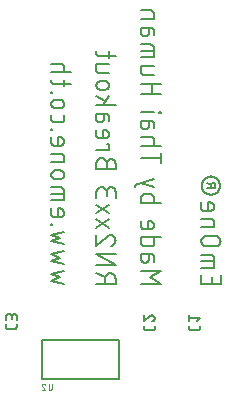
<source format=gbr>
G04 EAGLE Gerber X2 export*
%TF.Part,Single*%
%TF.FileFunction,Legend,Bot,1*%
%TF.FilePolarity,Positive*%
%TF.GenerationSoftware,Autodesk,EAGLE,9.0.1*%
%TF.CreationDate,2018-06-18T03:38:51Z*%
G75*
%MOMM*%
%FSLAX34Y34*%
%LPD*%
%AMOC8*
5,1,8,0,0,1.08239X$1,22.5*%
G01*
%ADD10C,0.152400*%
%ADD11C,0.203200*%
%ADD12C,0.101600*%
%ADD13C,0.127000*%


D10*
X330962Y185787D02*
X330962Y178562D01*
X347218Y178562D01*
X347218Y185787D01*
X339993Y183981D02*
X339993Y178562D01*
X341799Y192218D02*
X330962Y192218D01*
X341799Y192218D02*
X341799Y200346D01*
X341797Y200447D01*
X341791Y200548D01*
X341782Y200649D01*
X341769Y200750D01*
X341752Y200850D01*
X341731Y200949D01*
X341707Y201047D01*
X341679Y201144D01*
X341647Y201241D01*
X341612Y201336D01*
X341573Y201429D01*
X341531Y201521D01*
X341485Y201612D01*
X341436Y201701D01*
X341384Y201787D01*
X341328Y201872D01*
X341270Y201955D01*
X341208Y202035D01*
X341143Y202113D01*
X341076Y202189D01*
X341006Y202262D01*
X340933Y202332D01*
X340857Y202399D01*
X340779Y202464D01*
X340699Y202526D01*
X340616Y202584D01*
X340531Y202640D01*
X340445Y202692D01*
X340356Y202741D01*
X340265Y202787D01*
X340173Y202829D01*
X340080Y202868D01*
X339985Y202903D01*
X339888Y202935D01*
X339791Y202963D01*
X339693Y202987D01*
X339594Y203008D01*
X339494Y203025D01*
X339393Y203038D01*
X339292Y203047D01*
X339191Y203053D01*
X339090Y203055D01*
X339090Y203056D02*
X330962Y203056D01*
X330962Y197637D02*
X341799Y197637D01*
X342702Y210316D02*
X335478Y210316D01*
X342702Y210315D02*
X342835Y210317D01*
X342967Y210323D01*
X343099Y210333D01*
X343231Y210346D01*
X343363Y210364D01*
X343493Y210385D01*
X343624Y210410D01*
X343753Y210439D01*
X343881Y210472D01*
X344009Y210508D01*
X344135Y210548D01*
X344260Y210592D01*
X344384Y210640D01*
X344506Y210691D01*
X344627Y210746D01*
X344746Y210804D01*
X344864Y210866D01*
X344979Y210931D01*
X345093Y211000D01*
X345204Y211071D01*
X345313Y211147D01*
X345420Y211225D01*
X345525Y211306D01*
X345627Y211391D01*
X345727Y211478D01*
X345824Y211568D01*
X345919Y211661D01*
X346010Y211757D01*
X346099Y211855D01*
X346185Y211956D01*
X346268Y212060D01*
X346348Y212166D01*
X346424Y212274D01*
X346498Y212384D01*
X346568Y212497D01*
X346635Y212611D01*
X346698Y212728D01*
X346758Y212846D01*
X346815Y212966D01*
X346868Y213088D01*
X346917Y213211D01*
X346963Y213335D01*
X347005Y213461D01*
X347043Y213588D01*
X347078Y213716D01*
X347109Y213845D01*
X347136Y213974D01*
X347159Y214105D01*
X347179Y214236D01*
X347194Y214368D01*
X347206Y214500D01*
X347214Y214632D01*
X347218Y214765D01*
X347218Y214897D01*
X347214Y215030D01*
X347206Y215162D01*
X347194Y215294D01*
X347179Y215426D01*
X347159Y215557D01*
X347136Y215688D01*
X347109Y215817D01*
X347078Y215946D01*
X347043Y216074D01*
X347005Y216201D01*
X346963Y216327D01*
X346917Y216451D01*
X346868Y216574D01*
X346815Y216696D01*
X346758Y216816D01*
X346698Y216934D01*
X346635Y217051D01*
X346568Y217165D01*
X346498Y217278D01*
X346424Y217388D01*
X346348Y217496D01*
X346268Y217602D01*
X346185Y217706D01*
X346099Y217807D01*
X346010Y217905D01*
X345919Y218001D01*
X345824Y218094D01*
X345727Y218184D01*
X345627Y218271D01*
X345525Y218356D01*
X345420Y218437D01*
X345313Y218515D01*
X345204Y218591D01*
X345093Y218662D01*
X344979Y218731D01*
X344864Y218796D01*
X344746Y218858D01*
X344627Y218916D01*
X344506Y218971D01*
X344384Y219022D01*
X344260Y219070D01*
X344135Y219114D01*
X344009Y219154D01*
X343881Y219190D01*
X343753Y219223D01*
X343624Y219252D01*
X343493Y219277D01*
X343363Y219298D01*
X343231Y219316D01*
X343099Y219329D01*
X342967Y219339D01*
X342835Y219345D01*
X342702Y219347D01*
X335478Y219347D01*
X335345Y219345D01*
X335213Y219339D01*
X335081Y219329D01*
X334949Y219316D01*
X334817Y219298D01*
X334687Y219277D01*
X334556Y219252D01*
X334427Y219223D01*
X334299Y219190D01*
X334171Y219154D01*
X334045Y219114D01*
X333920Y219070D01*
X333796Y219022D01*
X333674Y218971D01*
X333553Y218916D01*
X333434Y218858D01*
X333316Y218796D01*
X333201Y218731D01*
X333087Y218662D01*
X332976Y218591D01*
X332867Y218515D01*
X332760Y218437D01*
X332655Y218356D01*
X332553Y218271D01*
X332453Y218184D01*
X332356Y218094D01*
X332261Y218001D01*
X332170Y217905D01*
X332081Y217807D01*
X331995Y217706D01*
X331912Y217602D01*
X331832Y217496D01*
X331756Y217388D01*
X331682Y217278D01*
X331612Y217165D01*
X331545Y217051D01*
X331482Y216934D01*
X331422Y216816D01*
X331365Y216696D01*
X331312Y216574D01*
X331263Y216451D01*
X331217Y216327D01*
X331175Y216201D01*
X331137Y216074D01*
X331102Y215946D01*
X331071Y215817D01*
X331044Y215688D01*
X331021Y215557D01*
X331001Y215426D01*
X330986Y215294D01*
X330974Y215162D01*
X330966Y215030D01*
X330962Y214897D01*
X330962Y214765D01*
X330966Y214632D01*
X330974Y214500D01*
X330986Y214368D01*
X331001Y214236D01*
X331021Y214105D01*
X331044Y213974D01*
X331071Y213845D01*
X331102Y213716D01*
X331137Y213588D01*
X331175Y213461D01*
X331217Y213335D01*
X331263Y213211D01*
X331312Y213088D01*
X331365Y212966D01*
X331422Y212846D01*
X331482Y212728D01*
X331545Y212611D01*
X331612Y212497D01*
X331682Y212384D01*
X331756Y212274D01*
X331832Y212166D01*
X331912Y212060D01*
X331995Y211956D01*
X332081Y211855D01*
X332170Y211757D01*
X332261Y211661D01*
X332356Y211568D01*
X332453Y211478D01*
X332553Y211391D01*
X332655Y211306D01*
X332760Y211225D01*
X332867Y211147D01*
X332976Y211071D01*
X333087Y211000D01*
X333201Y210931D01*
X333316Y210866D01*
X333434Y210804D01*
X333553Y210746D01*
X333674Y210691D01*
X333796Y210640D01*
X333920Y210592D01*
X334045Y210548D01*
X334171Y210508D01*
X334299Y210472D01*
X334427Y210439D01*
X334556Y210410D01*
X334687Y210385D01*
X334817Y210364D01*
X334949Y210346D01*
X335081Y210333D01*
X335213Y210323D01*
X335345Y210317D01*
X335478Y210315D01*
X330962Y226329D02*
X341799Y226329D01*
X341799Y230845D01*
X341797Y230946D01*
X341791Y231047D01*
X341782Y231148D01*
X341769Y231249D01*
X341752Y231349D01*
X341731Y231448D01*
X341707Y231546D01*
X341679Y231643D01*
X341647Y231740D01*
X341612Y231835D01*
X341573Y231928D01*
X341531Y232020D01*
X341485Y232111D01*
X341436Y232200D01*
X341384Y232286D01*
X341328Y232371D01*
X341270Y232454D01*
X341208Y232534D01*
X341143Y232612D01*
X341076Y232688D01*
X341006Y232761D01*
X340933Y232831D01*
X340857Y232898D01*
X340779Y232963D01*
X340699Y233025D01*
X340616Y233083D01*
X340531Y233139D01*
X340445Y233191D01*
X340356Y233240D01*
X340265Y233286D01*
X340173Y233328D01*
X340080Y233367D01*
X339985Y233402D01*
X339888Y233434D01*
X339791Y233462D01*
X339693Y233486D01*
X339594Y233507D01*
X339494Y233524D01*
X339393Y233537D01*
X339292Y233546D01*
X339191Y233552D01*
X339090Y233554D01*
X330962Y233554D01*
X330962Y243106D02*
X330962Y247622D01*
X330962Y243106D02*
X330964Y243005D01*
X330970Y242904D01*
X330979Y242803D01*
X330992Y242702D01*
X331009Y242602D01*
X331030Y242503D01*
X331054Y242405D01*
X331082Y242308D01*
X331114Y242211D01*
X331149Y242116D01*
X331188Y242023D01*
X331230Y241931D01*
X331276Y241840D01*
X331325Y241752D01*
X331377Y241665D01*
X331433Y241580D01*
X331491Y241497D01*
X331553Y241417D01*
X331618Y241339D01*
X331685Y241263D01*
X331755Y241190D01*
X331828Y241120D01*
X331904Y241053D01*
X331982Y240988D01*
X332062Y240926D01*
X332145Y240868D01*
X332230Y240812D01*
X332317Y240760D01*
X332405Y240711D01*
X332496Y240665D01*
X332588Y240623D01*
X332681Y240584D01*
X332776Y240549D01*
X332873Y240517D01*
X332970Y240489D01*
X333068Y240465D01*
X333167Y240444D01*
X333267Y240427D01*
X333368Y240414D01*
X333469Y240405D01*
X333570Y240399D01*
X333671Y240397D01*
X338187Y240397D01*
X338187Y240398D02*
X338306Y240400D01*
X338426Y240406D01*
X338545Y240416D01*
X338663Y240430D01*
X338782Y240447D01*
X338899Y240469D01*
X339016Y240494D01*
X339131Y240524D01*
X339246Y240557D01*
X339360Y240594D01*
X339472Y240634D01*
X339583Y240679D01*
X339692Y240727D01*
X339800Y240778D01*
X339906Y240833D01*
X340010Y240892D01*
X340112Y240954D01*
X340212Y241019D01*
X340310Y241088D01*
X340406Y241160D01*
X340499Y241235D01*
X340589Y241312D01*
X340677Y241393D01*
X340762Y241477D01*
X340844Y241564D01*
X340924Y241653D01*
X341000Y241745D01*
X341074Y241839D01*
X341144Y241936D01*
X341211Y242034D01*
X341275Y242135D01*
X341335Y242239D01*
X341392Y242344D01*
X341445Y242451D01*
X341495Y242559D01*
X341541Y242669D01*
X341583Y242781D01*
X341622Y242894D01*
X341657Y243008D01*
X341688Y243123D01*
X341716Y243240D01*
X341739Y243357D01*
X341759Y243474D01*
X341775Y243593D01*
X341787Y243712D01*
X341795Y243831D01*
X341799Y243950D01*
X341799Y244070D01*
X341795Y244189D01*
X341787Y244308D01*
X341775Y244427D01*
X341759Y244546D01*
X341739Y244663D01*
X341716Y244780D01*
X341688Y244897D01*
X341657Y245012D01*
X341622Y245126D01*
X341583Y245239D01*
X341541Y245351D01*
X341495Y245461D01*
X341445Y245569D01*
X341392Y245676D01*
X341335Y245781D01*
X341275Y245885D01*
X341211Y245986D01*
X341144Y246084D01*
X341074Y246181D01*
X341000Y246275D01*
X340924Y246367D01*
X340844Y246456D01*
X340762Y246543D01*
X340677Y246627D01*
X340589Y246708D01*
X340499Y246785D01*
X340406Y246860D01*
X340310Y246932D01*
X340212Y247001D01*
X340112Y247066D01*
X340010Y247128D01*
X339906Y247187D01*
X339800Y247242D01*
X339692Y247293D01*
X339583Y247341D01*
X339472Y247386D01*
X339360Y247426D01*
X339246Y247463D01*
X339131Y247496D01*
X339016Y247526D01*
X338899Y247551D01*
X338782Y247573D01*
X338663Y247590D01*
X338545Y247604D01*
X338426Y247614D01*
X338306Y247620D01*
X338187Y247622D01*
X336381Y247622D01*
X336381Y240397D01*
X335478Y259919D02*
X342702Y259919D01*
X342702Y262177D01*
X342700Y262260D01*
X342694Y262344D01*
X342685Y262427D01*
X342671Y262509D01*
X342654Y262590D01*
X342633Y262671D01*
X342608Y262751D01*
X342580Y262829D01*
X342548Y262906D01*
X342513Y262982D01*
X342474Y263056D01*
X342431Y263128D01*
X342386Y263198D01*
X342337Y263265D01*
X342285Y263331D01*
X342231Y263394D01*
X342173Y263454D01*
X342113Y263512D01*
X342050Y263566D01*
X341984Y263618D01*
X341917Y263667D01*
X341847Y263712D01*
X341775Y263755D01*
X341701Y263794D01*
X341625Y263829D01*
X341548Y263861D01*
X341470Y263889D01*
X341390Y263914D01*
X341309Y263935D01*
X341228Y263952D01*
X341146Y263966D01*
X341063Y263975D01*
X340979Y263981D01*
X340896Y263983D01*
X340813Y263981D01*
X340729Y263975D01*
X340646Y263966D01*
X340564Y263952D01*
X340483Y263935D01*
X340402Y263914D01*
X340322Y263889D01*
X340244Y263861D01*
X340167Y263829D01*
X340091Y263794D01*
X340017Y263755D01*
X339945Y263712D01*
X339875Y263667D01*
X339808Y263618D01*
X339742Y263566D01*
X339679Y263512D01*
X339619Y263454D01*
X339561Y263394D01*
X339507Y263331D01*
X339455Y263265D01*
X339406Y263198D01*
X339361Y263128D01*
X339318Y263056D01*
X339279Y262982D01*
X339244Y262906D01*
X339212Y262829D01*
X339184Y262751D01*
X339159Y262671D01*
X339138Y262590D01*
X339121Y262509D01*
X339107Y262427D01*
X339098Y262344D01*
X339092Y262260D01*
X339090Y262177D01*
X339090Y259919D01*
X339090Y262177D02*
X335478Y263983D01*
X339090Y269401D02*
X339277Y269399D01*
X339464Y269392D01*
X339650Y269381D01*
X339837Y269365D01*
X340022Y269344D01*
X340208Y269319D01*
X340392Y269290D01*
X340576Y269256D01*
X340759Y269217D01*
X340941Y269174D01*
X341122Y269127D01*
X341301Y269076D01*
X341480Y269020D01*
X341657Y268959D01*
X341832Y268895D01*
X342006Y268826D01*
X342178Y268752D01*
X342348Y268675D01*
X342516Y268594D01*
X342683Y268508D01*
X342847Y268419D01*
X343009Y268325D01*
X343168Y268228D01*
X343325Y268127D01*
X343480Y268022D01*
X343632Y267913D01*
X343781Y267801D01*
X343928Y267684D01*
X344072Y267565D01*
X344212Y267442D01*
X344350Y267315D01*
X344485Y267186D01*
X344616Y267053D01*
X344744Y266917D01*
X344869Y266777D01*
X344990Y266635D01*
X345108Y266490D01*
X345222Y266342D01*
X345333Y266191D01*
X345440Y266038D01*
X345543Y265882D01*
X345642Y265724D01*
X345738Y265563D01*
X345829Y265400D01*
X345917Y265235D01*
X346000Y265068D01*
X346079Y264898D01*
X346155Y264727D01*
X346226Y264554D01*
X346292Y264380D01*
X346355Y264203D01*
X346413Y264026D01*
X346467Y263847D01*
X346516Y263667D01*
X346561Y263485D01*
X346602Y263303D01*
X346638Y263119D01*
X346670Y262935D01*
X346697Y262750D01*
X346720Y262565D01*
X346738Y262378D01*
X346752Y262192D01*
X346761Y262005D01*
X346765Y261818D01*
X346765Y261632D01*
X346761Y261445D01*
X346752Y261258D01*
X346738Y261072D01*
X346720Y260885D01*
X346697Y260700D01*
X346670Y260515D01*
X346638Y260331D01*
X346602Y260147D01*
X346561Y259965D01*
X346516Y259783D01*
X346467Y259603D01*
X346413Y259424D01*
X346355Y259247D01*
X346292Y259070D01*
X346226Y258896D01*
X346155Y258723D01*
X346079Y258552D01*
X346000Y258382D01*
X345917Y258215D01*
X345829Y258050D01*
X345738Y257887D01*
X345642Y257726D01*
X345543Y257568D01*
X345440Y257412D01*
X345333Y257259D01*
X345222Y257108D01*
X345108Y256960D01*
X344990Y256815D01*
X344869Y256673D01*
X344744Y256533D01*
X344616Y256397D01*
X344485Y256264D01*
X344350Y256135D01*
X344212Y256008D01*
X344072Y255885D01*
X343928Y255766D01*
X343781Y255649D01*
X343632Y255537D01*
X343480Y255428D01*
X343325Y255323D01*
X343168Y255222D01*
X343009Y255125D01*
X342847Y255031D01*
X342683Y254942D01*
X342516Y254856D01*
X342348Y254775D01*
X342178Y254698D01*
X342006Y254624D01*
X341832Y254555D01*
X341657Y254491D01*
X341480Y254430D01*
X341301Y254374D01*
X341122Y254323D01*
X340941Y254276D01*
X340759Y254233D01*
X340576Y254194D01*
X340392Y254160D01*
X340208Y254131D01*
X340022Y254106D01*
X339837Y254085D01*
X339650Y254069D01*
X339464Y254058D01*
X339277Y254051D01*
X339090Y254049D01*
X338903Y254051D01*
X338716Y254058D01*
X338530Y254069D01*
X338343Y254085D01*
X338158Y254106D01*
X337972Y254131D01*
X337788Y254160D01*
X337604Y254194D01*
X337421Y254233D01*
X337239Y254276D01*
X337058Y254323D01*
X336879Y254374D01*
X336700Y254430D01*
X336523Y254491D01*
X336348Y254555D01*
X336174Y254624D01*
X336002Y254698D01*
X335832Y254775D01*
X335664Y254856D01*
X335497Y254942D01*
X335333Y255031D01*
X335171Y255125D01*
X335012Y255222D01*
X334855Y255323D01*
X334700Y255428D01*
X334548Y255537D01*
X334399Y255649D01*
X334252Y255766D01*
X334108Y255885D01*
X333968Y256008D01*
X333830Y256135D01*
X333695Y256264D01*
X333564Y256397D01*
X333436Y256533D01*
X333311Y256673D01*
X333190Y256815D01*
X333072Y256960D01*
X332958Y257108D01*
X332847Y257259D01*
X332740Y257412D01*
X332637Y257568D01*
X332538Y257726D01*
X332442Y257887D01*
X332351Y258050D01*
X332263Y258215D01*
X332180Y258382D01*
X332101Y258552D01*
X332025Y258723D01*
X331954Y258896D01*
X331888Y259070D01*
X331825Y259247D01*
X331767Y259424D01*
X331713Y259603D01*
X331664Y259783D01*
X331619Y259965D01*
X331578Y260147D01*
X331542Y260331D01*
X331510Y260515D01*
X331483Y260700D01*
X331460Y260885D01*
X331442Y261072D01*
X331428Y261258D01*
X331419Y261445D01*
X331415Y261632D01*
X331415Y261818D01*
X331419Y262005D01*
X331428Y262192D01*
X331442Y262378D01*
X331460Y262565D01*
X331483Y262750D01*
X331510Y262935D01*
X331542Y263119D01*
X331578Y263303D01*
X331619Y263485D01*
X331664Y263667D01*
X331713Y263847D01*
X331767Y264026D01*
X331825Y264203D01*
X331888Y264380D01*
X331954Y264554D01*
X332025Y264727D01*
X332101Y264898D01*
X332180Y265068D01*
X332263Y265235D01*
X332351Y265400D01*
X332442Y265563D01*
X332538Y265724D01*
X332637Y265882D01*
X332740Y266038D01*
X332847Y266191D01*
X332958Y266342D01*
X333072Y266490D01*
X333190Y266635D01*
X333311Y266777D01*
X333436Y266917D01*
X333564Y267053D01*
X333695Y267186D01*
X333830Y267315D01*
X333968Y267442D01*
X334108Y267565D01*
X334252Y267684D01*
X334399Y267801D01*
X334548Y267913D01*
X334700Y268022D01*
X334855Y268127D01*
X335012Y268228D01*
X335171Y268325D01*
X335333Y268419D01*
X335497Y268508D01*
X335664Y268594D01*
X335832Y268675D01*
X336002Y268752D01*
X336174Y268826D01*
X336348Y268895D01*
X336523Y268959D01*
X336700Y269020D01*
X336879Y269076D01*
X337058Y269127D01*
X337239Y269174D01*
X337421Y269217D01*
X337604Y269256D01*
X337788Y269290D01*
X337972Y269319D01*
X338158Y269344D01*
X338343Y269365D01*
X338530Y269381D01*
X338716Y269392D01*
X338903Y269399D01*
X339090Y269401D01*
X296418Y178562D02*
X280162Y178562D01*
X287387Y183981D02*
X296418Y178562D01*
X287387Y183981D02*
X296418Y189399D01*
X280162Y189399D01*
X286484Y199608D02*
X286484Y203672D01*
X286484Y199608D02*
X286482Y199496D01*
X286476Y199385D01*
X286466Y199274D01*
X286453Y199163D01*
X286435Y199053D01*
X286413Y198944D01*
X286388Y198835D01*
X286359Y198727D01*
X286326Y198621D01*
X286289Y198515D01*
X286249Y198411D01*
X286205Y198309D01*
X286157Y198208D01*
X286106Y198109D01*
X286051Y198011D01*
X285993Y197916D01*
X285932Y197823D01*
X285867Y197732D01*
X285799Y197643D01*
X285728Y197557D01*
X285655Y197474D01*
X285578Y197393D01*
X285498Y197314D01*
X285416Y197239D01*
X285331Y197167D01*
X285244Y197097D01*
X285154Y197031D01*
X285062Y196968D01*
X284967Y196908D01*
X284871Y196852D01*
X284773Y196799D01*
X284673Y196750D01*
X284571Y196704D01*
X284468Y196662D01*
X284363Y196623D01*
X284257Y196588D01*
X284150Y196557D01*
X284042Y196530D01*
X283933Y196506D01*
X283823Y196487D01*
X283713Y196471D01*
X283602Y196459D01*
X283490Y196451D01*
X283379Y196447D01*
X283267Y196447D01*
X283156Y196451D01*
X283044Y196459D01*
X282933Y196471D01*
X282823Y196487D01*
X282713Y196506D01*
X282604Y196530D01*
X282496Y196557D01*
X282389Y196588D01*
X282283Y196623D01*
X282178Y196662D01*
X282075Y196704D01*
X281973Y196750D01*
X281873Y196799D01*
X281775Y196852D01*
X281679Y196908D01*
X281584Y196968D01*
X281492Y197031D01*
X281402Y197097D01*
X281315Y197167D01*
X281230Y197239D01*
X281148Y197314D01*
X281068Y197393D01*
X280991Y197474D01*
X280918Y197557D01*
X280847Y197643D01*
X280779Y197732D01*
X280714Y197823D01*
X280653Y197916D01*
X280595Y198011D01*
X280540Y198109D01*
X280489Y198208D01*
X280441Y198309D01*
X280397Y198411D01*
X280357Y198515D01*
X280320Y198621D01*
X280287Y198727D01*
X280258Y198835D01*
X280233Y198944D01*
X280211Y199053D01*
X280193Y199163D01*
X280180Y199274D01*
X280170Y199385D01*
X280164Y199496D01*
X280162Y199608D01*
X280162Y203672D01*
X288290Y203672D01*
X288391Y203670D01*
X288492Y203664D01*
X288593Y203655D01*
X288694Y203642D01*
X288794Y203625D01*
X288893Y203604D01*
X288991Y203580D01*
X289088Y203552D01*
X289185Y203520D01*
X289280Y203485D01*
X289373Y203446D01*
X289465Y203404D01*
X289556Y203358D01*
X289645Y203309D01*
X289731Y203257D01*
X289816Y203201D01*
X289899Y203143D01*
X289979Y203081D01*
X290057Y203016D01*
X290133Y202949D01*
X290206Y202879D01*
X290276Y202806D01*
X290343Y202730D01*
X290408Y202652D01*
X290470Y202572D01*
X290528Y202489D01*
X290584Y202404D01*
X290636Y202318D01*
X290685Y202229D01*
X290731Y202138D01*
X290773Y202046D01*
X290812Y201953D01*
X290847Y201858D01*
X290879Y201761D01*
X290907Y201664D01*
X290931Y201566D01*
X290952Y201467D01*
X290969Y201367D01*
X290982Y201266D01*
X290991Y201165D01*
X290997Y201064D01*
X290999Y200963D01*
X290999Y197350D01*
X296418Y217740D02*
X280162Y217740D01*
X280162Y213225D01*
X280164Y213124D01*
X280170Y213023D01*
X280179Y212922D01*
X280192Y212821D01*
X280209Y212721D01*
X280230Y212622D01*
X280254Y212524D01*
X280282Y212427D01*
X280314Y212330D01*
X280349Y212235D01*
X280388Y212142D01*
X280430Y212050D01*
X280476Y211959D01*
X280525Y211871D01*
X280577Y211784D01*
X280633Y211699D01*
X280691Y211616D01*
X280753Y211536D01*
X280818Y211458D01*
X280885Y211382D01*
X280955Y211309D01*
X281028Y211239D01*
X281104Y211172D01*
X281182Y211107D01*
X281262Y211045D01*
X281345Y210987D01*
X281430Y210931D01*
X281517Y210879D01*
X281605Y210830D01*
X281696Y210784D01*
X281788Y210742D01*
X281881Y210703D01*
X281976Y210668D01*
X282073Y210636D01*
X282170Y210608D01*
X282268Y210584D01*
X282367Y210563D01*
X282467Y210546D01*
X282568Y210533D01*
X282669Y210524D01*
X282770Y210518D01*
X282871Y210516D01*
X282871Y210515D02*
X288290Y210515D01*
X288290Y210516D02*
X288391Y210518D01*
X288492Y210524D01*
X288593Y210533D01*
X288694Y210546D01*
X288794Y210563D01*
X288893Y210584D01*
X288991Y210608D01*
X289088Y210636D01*
X289185Y210668D01*
X289280Y210703D01*
X289373Y210742D01*
X289465Y210784D01*
X289556Y210830D01*
X289645Y210879D01*
X289731Y210931D01*
X289816Y210987D01*
X289899Y211045D01*
X289979Y211107D01*
X290057Y211172D01*
X290133Y211239D01*
X290206Y211309D01*
X290276Y211382D01*
X290343Y211458D01*
X290408Y211536D01*
X290470Y211616D01*
X290528Y211699D01*
X290584Y211784D01*
X290636Y211870D01*
X290685Y211959D01*
X290731Y212050D01*
X290773Y212142D01*
X290812Y212235D01*
X290847Y212330D01*
X290879Y212427D01*
X290907Y212524D01*
X290931Y212622D01*
X290952Y212721D01*
X290969Y212821D01*
X290982Y212922D01*
X290991Y213023D01*
X290997Y213124D01*
X290999Y213225D01*
X290999Y217740D01*
X280162Y227366D02*
X280162Y231882D01*
X280162Y227366D02*
X280164Y227265D01*
X280170Y227164D01*
X280179Y227063D01*
X280192Y226962D01*
X280209Y226862D01*
X280230Y226763D01*
X280254Y226665D01*
X280282Y226568D01*
X280314Y226471D01*
X280349Y226376D01*
X280388Y226283D01*
X280430Y226191D01*
X280476Y226100D01*
X280525Y226012D01*
X280577Y225925D01*
X280633Y225840D01*
X280691Y225757D01*
X280753Y225677D01*
X280818Y225599D01*
X280885Y225523D01*
X280955Y225450D01*
X281028Y225380D01*
X281104Y225313D01*
X281182Y225248D01*
X281262Y225186D01*
X281345Y225128D01*
X281430Y225072D01*
X281517Y225020D01*
X281605Y224971D01*
X281696Y224925D01*
X281788Y224883D01*
X281881Y224844D01*
X281976Y224809D01*
X282073Y224777D01*
X282170Y224749D01*
X282268Y224725D01*
X282367Y224704D01*
X282467Y224687D01*
X282568Y224674D01*
X282669Y224665D01*
X282770Y224659D01*
X282871Y224657D01*
X287387Y224657D01*
X287506Y224659D01*
X287626Y224665D01*
X287745Y224675D01*
X287863Y224689D01*
X287982Y224706D01*
X288099Y224728D01*
X288216Y224753D01*
X288331Y224783D01*
X288446Y224816D01*
X288560Y224853D01*
X288672Y224893D01*
X288783Y224938D01*
X288892Y224986D01*
X289000Y225037D01*
X289106Y225092D01*
X289210Y225151D01*
X289312Y225213D01*
X289412Y225278D01*
X289510Y225347D01*
X289606Y225419D01*
X289699Y225494D01*
X289789Y225571D01*
X289877Y225652D01*
X289962Y225736D01*
X290044Y225823D01*
X290124Y225912D01*
X290200Y226004D01*
X290274Y226098D01*
X290344Y226195D01*
X290411Y226293D01*
X290475Y226394D01*
X290535Y226498D01*
X290592Y226603D01*
X290645Y226710D01*
X290695Y226818D01*
X290741Y226928D01*
X290783Y227040D01*
X290822Y227153D01*
X290857Y227267D01*
X290888Y227382D01*
X290916Y227499D01*
X290939Y227616D01*
X290959Y227733D01*
X290975Y227852D01*
X290987Y227971D01*
X290995Y228090D01*
X290999Y228209D01*
X290999Y228329D01*
X290995Y228448D01*
X290987Y228567D01*
X290975Y228686D01*
X290959Y228805D01*
X290939Y228922D01*
X290916Y229039D01*
X290888Y229156D01*
X290857Y229271D01*
X290822Y229385D01*
X290783Y229498D01*
X290741Y229610D01*
X290695Y229720D01*
X290645Y229828D01*
X290592Y229935D01*
X290535Y230040D01*
X290475Y230144D01*
X290411Y230245D01*
X290344Y230343D01*
X290274Y230440D01*
X290200Y230534D01*
X290124Y230626D01*
X290044Y230715D01*
X289962Y230802D01*
X289877Y230886D01*
X289789Y230967D01*
X289699Y231044D01*
X289606Y231119D01*
X289510Y231191D01*
X289412Y231260D01*
X289312Y231325D01*
X289210Y231387D01*
X289106Y231446D01*
X289000Y231501D01*
X288892Y231552D01*
X288783Y231600D01*
X288672Y231645D01*
X288560Y231685D01*
X288446Y231722D01*
X288331Y231755D01*
X288216Y231785D01*
X288099Y231810D01*
X287982Y231832D01*
X287863Y231849D01*
X287745Y231863D01*
X287626Y231873D01*
X287506Y231879D01*
X287387Y231881D01*
X287387Y231882D02*
X285581Y231882D01*
X285581Y224657D01*
X280162Y247135D02*
X296418Y247135D01*
X280162Y247135D02*
X280162Y251650D01*
X280164Y251754D01*
X280170Y251857D01*
X280180Y251961D01*
X280194Y252064D01*
X280212Y252166D01*
X280233Y252267D01*
X280259Y252368D01*
X280288Y252467D01*
X280321Y252566D01*
X280358Y252663D01*
X280399Y252758D01*
X280443Y252852D01*
X280491Y252944D01*
X280542Y253034D01*
X280597Y253123D01*
X280655Y253209D01*
X280717Y253292D01*
X280781Y253374D01*
X280849Y253452D01*
X280919Y253528D01*
X280992Y253602D01*
X281069Y253672D01*
X281147Y253740D01*
X281229Y253804D01*
X281312Y253866D01*
X281398Y253924D01*
X281487Y253979D01*
X281577Y254030D01*
X281669Y254078D01*
X281763Y254122D01*
X281858Y254163D01*
X281955Y254200D01*
X282054Y254233D01*
X282153Y254262D01*
X282254Y254288D01*
X282355Y254309D01*
X282457Y254327D01*
X282560Y254341D01*
X282664Y254351D01*
X282767Y254357D01*
X282871Y254359D01*
X282871Y254360D02*
X288290Y254360D01*
X288290Y254359D02*
X288391Y254357D01*
X288492Y254351D01*
X288593Y254342D01*
X288694Y254329D01*
X288794Y254312D01*
X288893Y254291D01*
X288991Y254267D01*
X289088Y254239D01*
X289185Y254207D01*
X289280Y254172D01*
X289373Y254133D01*
X289465Y254091D01*
X289556Y254045D01*
X289645Y253996D01*
X289731Y253944D01*
X289816Y253888D01*
X289899Y253830D01*
X289979Y253768D01*
X290057Y253703D01*
X290133Y253636D01*
X290206Y253566D01*
X290276Y253493D01*
X290343Y253417D01*
X290408Y253339D01*
X290470Y253259D01*
X290528Y253176D01*
X290584Y253091D01*
X290636Y253005D01*
X290685Y252916D01*
X290731Y252825D01*
X290773Y252733D01*
X290812Y252640D01*
X290847Y252545D01*
X290879Y252448D01*
X290907Y252351D01*
X290931Y252253D01*
X290952Y252154D01*
X290969Y252054D01*
X290982Y251953D01*
X290991Y251852D01*
X290997Y251751D01*
X290999Y251650D01*
X290999Y247135D01*
X274743Y260087D02*
X274743Y261894D01*
X290999Y267312D01*
X290999Y260087D02*
X280162Y263700D01*
X280162Y285062D02*
X296418Y285062D01*
X296418Y280547D02*
X296418Y289578D01*
X296418Y295518D02*
X280162Y295518D01*
X290999Y295518D02*
X290999Y300034D01*
X290997Y300135D01*
X290991Y300236D01*
X290982Y300337D01*
X290969Y300438D01*
X290952Y300538D01*
X290931Y300637D01*
X290907Y300735D01*
X290879Y300832D01*
X290847Y300929D01*
X290812Y301024D01*
X290773Y301117D01*
X290731Y301209D01*
X290685Y301300D01*
X290636Y301389D01*
X290584Y301475D01*
X290528Y301560D01*
X290470Y301643D01*
X290408Y301723D01*
X290343Y301801D01*
X290276Y301877D01*
X290206Y301950D01*
X290133Y302020D01*
X290057Y302087D01*
X289979Y302152D01*
X289899Y302214D01*
X289816Y302272D01*
X289731Y302328D01*
X289645Y302380D01*
X289556Y302429D01*
X289465Y302475D01*
X289373Y302517D01*
X289280Y302556D01*
X289185Y302591D01*
X289088Y302623D01*
X288991Y302651D01*
X288893Y302675D01*
X288794Y302696D01*
X288694Y302713D01*
X288593Y302726D01*
X288492Y302735D01*
X288391Y302741D01*
X288290Y302743D01*
X280162Y302743D01*
X286484Y312674D02*
X286484Y316738D01*
X286484Y312674D02*
X286482Y312562D01*
X286476Y312451D01*
X286466Y312340D01*
X286453Y312229D01*
X286435Y312119D01*
X286413Y312010D01*
X286388Y311901D01*
X286359Y311793D01*
X286326Y311687D01*
X286289Y311581D01*
X286249Y311477D01*
X286205Y311375D01*
X286157Y311274D01*
X286106Y311175D01*
X286051Y311077D01*
X285993Y310982D01*
X285932Y310889D01*
X285867Y310798D01*
X285799Y310709D01*
X285728Y310623D01*
X285655Y310540D01*
X285578Y310459D01*
X285498Y310380D01*
X285416Y310305D01*
X285331Y310233D01*
X285244Y310163D01*
X285154Y310097D01*
X285062Y310034D01*
X284967Y309974D01*
X284871Y309918D01*
X284773Y309865D01*
X284673Y309816D01*
X284571Y309770D01*
X284468Y309728D01*
X284363Y309689D01*
X284257Y309654D01*
X284150Y309623D01*
X284042Y309596D01*
X283933Y309572D01*
X283823Y309553D01*
X283713Y309537D01*
X283602Y309525D01*
X283490Y309517D01*
X283379Y309513D01*
X283267Y309513D01*
X283156Y309517D01*
X283044Y309525D01*
X282933Y309537D01*
X282823Y309553D01*
X282713Y309572D01*
X282604Y309596D01*
X282496Y309623D01*
X282389Y309654D01*
X282283Y309689D01*
X282178Y309728D01*
X282075Y309770D01*
X281973Y309816D01*
X281873Y309865D01*
X281775Y309918D01*
X281679Y309974D01*
X281584Y310034D01*
X281492Y310097D01*
X281402Y310163D01*
X281315Y310233D01*
X281230Y310305D01*
X281148Y310380D01*
X281068Y310459D01*
X280991Y310540D01*
X280918Y310623D01*
X280847Y310709D01*
X280779Y310798D01*
X280714Y310889D01*
X280653Y310982D01*
X280595Y311077D01*
X280540Y311175D01*
X280489Y311274D01*
X280441Y311375D01*
X280397Y311477D01*
X280357Y311581D01*
X280320Y311687D01*
X280287Y311793D01*
X280258Y311901D01*
X280233Y312010D01*
X280211Y312119D01*
X280193Y312229D01*
X280180Y312340D01*
X280170Y312451D01*
X280164Y312562D01*
X280162Y312674D01*
X280162Y316738D01*
X288290Y316738D01*
X288391Y316736D01*
X288492Y316730D01*
X288593Y316721D01*
X288694Y316708D01*
X288794Y316691D01*
X288893Y316670D01*
X288991Y316646D01*
X289088Y316618D01*
X289185Y316586D01*
X289280Y316551D01*
X289373Y316512D01*
X289465Y316470D01*
X289556Y316424D01*
X289645Y316375D01*
X289731Y316323D01*
X289816Y316267D01*
X289899Y316209D01*
X289979Y316147D01*
X290057Y316082D01*
X290133Y316015D01*
X290206Y315945D01*
X290276Y315872D01*
X290343Y315796D01*
X290408Y315718D01*
X290470Y315638D01*
X290528Y315555D01*
X290584Y315470D01*
X290636Y315384D01*
X290685Y315295D01*
X290731Y315204D01*
X290773Y315112D01*
X290812Y315019D01*
X290847Y314924D01*
X290879Y314827D01*
X290907Y314730D01*
X290931Y314632D01*
X290952Y314533D01*
X290969Y314433D01*
X290982Y314332D01*
X290991Y314231D01*
X290997Y314130D01*
X290999Y314029D01*
X290999Y310416D01*
X290999Y323619D02*
X280162Y323619D01*
X295515Y323168D02*
X296418Y323168D01*
X296418Y324071D01*
X295515Y324071D01*
X295515Y323168D01*
X296418Y338903D02*
X280162Y338903D01*
X289193Y338903D02*
X289193Y347935D01*
X296418Y347935D02*
X280162Y347935D01*
X282871Y355438D02*
X290999Y355438D01*
X282871Y355438D02*
X282770Y355440D01*
X282669Y355446D01*
X282568Y355455D01*
X282467Y355468D01*
X282367Y355485D01*
X282268Y355506D01*
X282170Y355530D01*
X282073Y355558D01*
X281976Y355590D01*
X281881Y355625D01*
X281788Y355664D01*
X281696Y355706D01*
X281605Y355752D01*
X281517Y355801D01*
X281430Y355853D01*
X281345Y355909D01*
X281262Y355967D01*
X281182Y356029D01*
X281104Y356094D01*
X281028Y356161D01*
X280955Y356231D01*
X280885Y356304D01*
X280818Y356380D01*
X280753Y356458D01*
X280691Y356538D01*
X280633Y356621D01*
X280577Y356706D01*
X280525Y356793D01*
X280476Y356881D01*
X280430Y356972D01*
X280388Y357064D01*
X280349Y357157D01*
X280314Y357252D01*
X280282Y357349D01*
X280254Y357446D01*
X280230Y357544D01*
X280209Y357643D01*
X280192Y357743D01*
X280179Y357844D01*
X280170Y357945D01*
X280164Y358046D01*
X280162Y358147D01*
X280162Y362663D01*
X290999Y362663D01*
X290999Y370305D02*
X280162Y370305D01*
X290999Y370305D02*
X290999Y378433D01*
X290997Y378534D01*
X290991Y378635D01*
X290982Y378736D01*
X290969Y378837D01*
X290952Y378937D01*
X290931Y379036D01*
X290907Y379134D01*
X290879Y379231D01*
X290847Y379328D01*
X290812Y379423D01*
X290773Y379516D01*
X290731Y379608D01*
X290685Y379699D01*
X290636Y379788D01*
X290584Y379874D01*
X290528Y379959D01*
X290470Y380042D01*
X290408Y380122D01*
X290343Y380200D01*
X290276Y380276D01*
X290206Y380349D01*
X290133Y380419D01*
X290057Y380486D01*
X289979Y380551D01*
X289899Y380613D01*
X289816Y380671D01*
X289731Y380727D01*
X289645Y380779D01*
X289556Y380828D01*
X289465Y380874D01*
X289373Y380916D01*
X289280Y380955D01*
X289185Y380990D01*
X289088Y381022D01*
X288991Y381050D01*
X288893Y381074D01*
X288794Y381095D01*
X288694Y381112D01*
X288593Y381125D01*
X288492Y381134D01*
X288391Y381140D01*
X288290Y381142D01*
X280162Y381142D01*
X280162Y375724D02*
X290999Y375724D01*
X286484Y391351D02*
X286484Y395415D01*
X286484Y391351D02*
X286482Y391239D01*
X286476Y391128D01*
X286466Y391017D01*
X286453Y390906D01*
X286435Y390796D01*
X286413Y390687D01*
X286388Y390578D01*
X286359Y390470D01*
X286326Y390364D01*
X286289Y390258D01*
X286249Y390154D01*
X286205Y390052D01*
X286157Y389951D01*
X286106Y389852D01*
X286051Y389754D01*
X285993Y389659D01*
X285932Y389566D01*
X285867Y389475D01*
X285799Y389386D01*
X285728Y389300D01*
X285655Y389217D01*
X285578Y389136D01*
X285498Y389057D01*
X285416Y388982D01*
X285331Y388910D01*
X285244Y388840D01*
X285154Y388774D01*
X285062Y388711D01*
X284967Y388651D01*
X284871Y388595D01*
X284773Y388542D01*
X284673Y388493D01*
X284571Y388447D01*
X284468Y388405D01*
X284363Y388366D01*
X284257Y388331D01*
X284150Y388300D01*
X284042Y388273D01*
X283933Y388249D01*
X283823Y388230D01*
X283713Y388214D01*
X283602Y388202D01*
X283490Y388194D01*
X283379Y388190D01*
X283267Y388190D01*
X283156Y388194D01*
X283044Y388202D01*
X282933Y388214D01*
X282823Y388230D01*
X282713Y388249D01*
X282604Y388273D01*
X282496Y388300D01*
X282389Y388331D01*
X282283Y388366D01*
X282178Y388405D01*
X282075Y388447D01*
X281973Y388493D01*
X281873Y388542D01*
X281775Y388595D01*
X281679Y388651D01*
X281584Y388711D01*
X281492Y388774D01*
X281402Y388840D01*
X281315Y388910D01*
X281230Y388982D01*
X281148Y389057D01*
X281068Y389136D01*
X280991Y389217D01*
X280918Y389300D01*
X280847Y389386D01*
X280779Y389475D01*
X280714Y389566D01*
X280653Y389659D01*
X280595Y389754D01*
X280540Y389852D01*
X280489Y389951D01*
X280441Y390052D01*
X280397Y390154D01*
X280357Y390258D01*
X280320Y390364D01*
X280287Y390470D01*
X280258Y390578D01*
X280233Y390687D01*
X280211Y390796D01*
X280193Y390906D01*
X280180Y391017D01*
X280170Y391128D01*
X280164Y391239D01*
X280162Y391351D01*
X280162Y395415D01*
X288290Y395415D01*
X288391Y395413D01*
X288492Y395407D01*
X288593Y395398D01*
X288694Y395385D01*
X288794Y395368D01*
X288893Y395347D01*
X288991Y395323D01*
X289088Y395295D01*
X289185Y395263D01*
X289280Y395228D01*
X289373Y395189D01*
X289465Y395147D01*
X289556Y395101D01*
X289645Y395052D01*
X289731Y395000D01*
X289816Y394944D01*
X289899Y394886D01*
X289979Y394824D01*
X290057Y394759D01*
X290133Y394692D01*
X290206Y394622D01*
X290276Y394549D01*
X290343Y394473D01*
X290408Y394395D01*
X290470Y394315D01*
X290528Y394232D01*
X290584Y394147D01*
X290636Y394061D01*
X290685Y393972D01*
X290731Y393881D01*
X290773Y393789D01*
X290812Y393696D01*
X290847Y393601D01*
X290879Y393504D01*
X290907Y393407D01*
X290931Y393309D01*
X290952Y393210D01*
X290969Y393110D01*
X290982Y393009D01*
X290991Y392908D01*
X290997Y392807D01*
X290999Y392706D01*
X290999Y389093D01*
X290999Y402853D02*
X280162Y402853D01*
X290999Y402853D02*
X290999Y407368D01*
X290997Y407469D01*
X290991Y407570D01*
X290982Y407671D01*
X290969Y407772D01*
X290952Y407872D01*
X290931Y407971D01*
X290907Y408069D01*
X290879Y408166D01*
X290847Y408263D01*
X290812Y408358D01*
X290773Y408451D01*
X290731Y408543D01*
X290685Y408634D01*
X290636Y408723D01*
X290584Y408809D01*
X290528Y408894D01*
X290470Y408977D01*
X290408Y409057D01*
X290343Y409135D01*
X290276Y409211D01*
X290206Y409284D01*
X290133Y409354D01*
X290057Y409421D01*
X289979Y409486D01*
X289899Y409548D01*
X289816Y409606D01*
X289731Y409662D01*
X289645Y409714D01*
X289556Y409763D01*
X289465Y409809D01*
X289373Y409851D01*
X289280Y409890D01*
X289185Y409925D01*
X289088Y409957D01*
X288991Y409985D01*
X288893Y410009D01*
X288794Y410030D01*
X288694Y410047D01*
X288593Y410060D01*
X288492Y410069D01*
X288391Y410075D01*
X288290Y410077D01*
X280162Y410077D01*
X258318Y178562D02*
X242062Y178562D01*
X258318Y178562D02*
X258318Y183078D01*
X258316Y183211D01*
X258310Y183343D01*
X258300Y183475D01*
X258287Y183607D01*
X258269Y183739D01*
X258248Y183869D01*
X258223Y184000D01*
X258194Y184129D01*
X258161Y184257D01*
X258125Y184385D01*
X258085Y184511D01*
X258041Y184636D01*
X257993Y184760D01*
X257942Y184882D01*
X257887Y185003D01*
X257829Y185122D01*
X257767Y185240D01*
X257702Y185355D01*
X257633Y185469D01*
X257562Y185580D01*
X257486Y185689D01*
X257408Y185796D01*
X257327Y185901D01*
X257242Y186003D01*
X257155Y186103D01*
X257065Y186200D01*
X256972Y186295D01*
X256876Y186386D01*
X256778Y186475D01*
X256677Y186561D01*
X256573Y186644D01*
X256467Y186724D01*
X256359Y186800D01*
X256249Y186874D01*
X256136Y186944D01*
X256022Y187011D01*
X255905Y187074D01*
X255787Y187134D01*
X255667Y187191D01*
X255545Y187244D01*
X255422Y187293D01*
X255298Y187339D01*
X255172Y187381D01*
X255045Y187419D01*
X254917Y187454D01*
X254788Y187485D01*
X254659Y187512D01*
X254528Y187535D01*
X254397Y187555D01*
X254265Y187570D01*
X254133Y187582D01*
X254001Y187590D01*
X253868Y187594D01*
X253736Y187594D01*
X253603Y187590D01*
X253471Y187582D01*
X253339Y187570D01*
X253207Y187555D01*
X253076Y187535D01*
X252945Y187512D01*
X252816Y187485D01*
X252687Y187454D01*
X252559Y187419D01*
X252432Y187381D01*
X252306Y187339D01*
X252182Y187293D01*
X252059Y187244D01*
X251937Y187191D01*
X251817Y187134D01*
X251699Y187074D01*
X251582Y187011D01*
X251468Y186944D01*
X251355Y186874D01*
X251245Y186800D01*
X251137Y186724D01*
X251031Y186644D01*
X250927Y186561D01*
X250826Y186475D01*
X250728Y186386D01*
X250632Y186295D01*
X250539Y186200D01*
X250449Y186103D01*
X250362Y186003D01*
X250277Y185901D01*
X250196Y185796D01*
X250118Y185689D01*
X250042Y185580D01*
X249971Y185469D01*
X249902Y185355D01*
X249837Y185240D01*
X249775Y185122D01*
X249717Y185003D01*
X249662Y184882D01*
X249611Y184760D01*
X249563Y184636D01*
X249519Y184511D01*
X249479Y184385D01*
X249443Y184257D01*
X249410Y184129D01*
X249381Y184000D01*
X249356Y183869D01*
X249335Y183739D01*
X249317Y183607D01*
X249304Y183475D01*
X249294Y183343D01*
X249288Y183211D01*
X249286Y183078D01*
X249287Y183078D02*
X249287Y178562D01*
X249287Y183981D02*
X242062Y187593D01*
X242062Y194623D02*
X258318Y194623D01*
X242062Y203654D01*
X258318Y203654D01*
X258318Y215742D02*
X258316Y215867D01*
X258310Y215992D01*
X258301Y216117D01*
X258287Y216241D01*
X258270Y216365D01*
X258249Y216489D01*
X258224Y216611D01*
X258195Y216733D01*
X258163Y216854D01*
X258127Y216974D01*
X258087Y217093D01*
X258044Y217210D01*
X257997Y217326D01*
X257946Y217441D01*
X257892Y217553D01*
X257834Y217665D01*
X257774Y217774D01*
X257709Y217881D01*
X257642Y217987D01*
X257571Y218090D01*
X257497Y218191D01*
X257420Y218290D01*
X257340Y218386D01*
X257257Y218480D01*
X257172Y218571D01*
X257083Y218660D01*
X256992Y218745D01*
X256898Y218828D01*
X256802Y218908D01*
X256703Y218985D01*
X256602Y219059D01*
X256499Y219130D01*
X256393Y219197D01*
X256286Y219262D01*
X256177Y219322D01*
X256065Y219380D01*
X255953Y219434D01*
X255838Y219485D01*
X255722Y219532D01*
X255605Y219575D01*
X255486Y219615D01*
X255366Y219651D01*
X255245Y219683D01*
X255123Y219712D01*
X255001Y219737D01*
X254877Y219758D01*
X254753Y219775D01*
X254629Y219789D01*
X254504Y219798D01*
X254379Y219804D01*
X254254Y219806D01*
X258318Y215742D02*
X258316Y215599D01*
X258310Y215457D01*
X258300Y215314D01*
X258287Y215172D01*
X258269Y215031D01*
X258248Y214889D01*
X258223Y214749D01*
X258194Y214609D01*
X258161Y214470D01*
X258124Y214332D01*
X258084Y214195D01*
X258040Y214060D01*
X257992Y213925D01*
X257940Y213792D01*
X257885Y213660D01*
X257826Y213530D01*
X257764Y213402D01*
X257698Y213275D01*
X257629Y213150D01*
X257557Y213027D01*
X257481Y212907D01*
X257402Y212788D01*
X257319Y212671D01*
X257234Y212557D01*
X257145Y212445D01*
X257054Y212336D01*
X256959Y212229D01*
X256862Y212124D01*
X256761Y212023D01*
X256658Y211924D01*
X256553Y211828D01*
X256444Y211735D01*
X256333Y211645D01*
X256220Y211558D01*
X256105Y211474D01*
X255987Y211394D01*
X255867Y211316D01*
X255745Y211242D01*
X255621Y211172D01*
X255495Y211104D01*
X255367Y211041D01*
X255238Y210980D01*
X255107Y210923D01*
X254975Y210870D01*
X254841Y210821D01*
X254706Y210775D01*
X251093Y218451D02*
X251185Y218545D01*
X251279Y218635D01*
X251376Y218723D01*
X251476Y218808D01*
X251578Y218890D01*
X251683Y218969D01*
X251790Y219044D01*
X251899Y219116D01*
X252010Y219185D01*
X252124Y219251D01*
X252239Y219313D01*
X252356Y219372D01*
X252475Y219427D01*
X252595Y219478D01*
X252717Y219526D01*
X252840Y219571D01*
X252964Y219611D01*
X253090Y219648D01*
X253217Y219681D01*
X253344Y219710D01*
X253473Y219736D01*
X253602Y219757D01*
X253732Y219775D01*
X253862Y219788D01*
X253992Y219798D01*
X254123Y219804D01*
X254254Y219806D01*
X251093Y218451D02*
X242062Y210775D01*
X242062Y219806D01*
X242062Y225746D02*
X252899Y232971D01*
X252899Y225746D02*
X242062Y232971D01*
X242062Y238251D02*
X252899Y245476D01*
X252899Y238251D02*
X242062Y245476D01*
X242062Y251416D02*
X242062Y255932D01*
X242064Y256065D01*
X242070Y256197D01*
X242080Y256329D01*
X242093Y256461D01*
X242111Y256593D01*
X242132Y256723D01*
X242157Y256854D01*
X242186Y256983D01*
X242219Y257111D01*
X242255Y257239D01*
X242295Y257365D01*
X242339Y257490D01*
X242387Y257614D01*
X242438Y257736D01*
X242493Y257857D01*
X242551Y257976D01*
X242613Y258094D01*
X242678Y258209D01*
X242747Y258323D01*
X242818Y258434D01*
X242894Y258543D01*
X242972Y258650D01*
X243053Y258755D01*
X243138Y258857D01*
X243225Y258957D01*
X243315Y259054D01*
X243408Y259149D01*
X243504Y259240D01*
X243602Y259329D01*
X243703Y259415D01*
X243807Y259498D01*
X243913Y259578D01*
X244021Y259654D01*
X244131Y259728D01*
X244244Y259798D01*
X244358Y259865D01*
X244475Y259928D01*
X244593Y259988D01*
X244713Y260045D01*
X244835Y260098D01*
X244958Y260147D01*
X245082Y260193D01*
X245208Y260235D01*
X245335Y260273D01*
X245463Y260308D01*
X245592Y260339D01*
X245721Y260366D01*
X245852Y260389D01*
X245983Y260409D01*
X246115Y260424D01*
X246247Y260436D01*
X246379Y260444D01*
X246512Y260448D01*
X246644Y260448D01*
X246777Y260444D01*
X246909Y260436D01*
X247041Y260424D01*
X247173Y260409D01*
X247304Y260389D01*
X247435Y260366D01*
X247564Y260339D01*
X247693Y260308D01*
X247821Y260273D01*
X247948Y260235D01*
X248074Y260193D01*
X248198Y260147D01*
X248321Y260098D01*
X248443Y260045D01*
X248563Y259988D01*
X248681Y259928D01*
X248798Y259865D01*
X248912Y259798D01*
X249025Y259728D01*
X249135Y259654D01*
X249243Y259578D01*
X249349Y259498D01*
X249453Y259415D01*
X249554Y259329D01*
X249652Y259240D01*
X249748Y259149D01*
X249841Y259054D01*
X249931Y258957D01*
X250018Y258857D01*
X250103Y258755D01*
X250184Y258650D01*
X250262Y258543D01*
X250338Y258434D01*
X250409Y258323D01*
X250478Y258209D01*
X250543Y258094D01*
X250605Y257976D01*
X250663Y257857D01*
X250718Y257736D01*
X250769Y257614D01*
X250817Y257490D01*
X250861Y257365D01*
X250901Y257239D01*
X250937Y257111D01*
X250970Y256983D01*
X250999Y256854D01*
X251024Y256723D01*
X251045Y256593D01*
X251063Y256461D01*
X251076Y256329D01*
X251086Y256197D01*
X251092Y256065D01*
X251094Y255932D01*
X258318Y256835D02*
X258318Y251416D01*
X258318Y256835D02*
X258316Y256954D01*
X258310Y257074D01*
X258300Y257193D01*
X258286Y257311D01*
X258269Y257430D01*
X258247Y257547D01*
X258222Y257664D01*
X258192Y257779D01*
X258159Y257894D01*
X258122Y258008D01*
X258082Y258120D01*
X258037Y258231D01*
X257989Y258340D01*
X257938Y258448D01*
X257883Y258554D01*
X257824Y258658D01*
X257762Y258760D01*
X257697Y258860D01*
X257628Y258958D01*
X257556Y259054D01*
X257481Y259147D01*
X257404Y259237D01*
X257323Y259325D01*
X257239Y259410D01*
X257152Y259492D01*
X257063Y259572D01*
X256971Y259648D01*
X256877Y259722D01*
X256780Y259792D01*
X256682Y259859D01*
X256581Y259923D01*
X256477Y259983D01*
X256372Y260040D01*
X256265Y260093D01*
X256157Y260143D01*
X256047Y260189D01*
X255935Y260231D01*
X255822Y260270D01*
X255708Y260305D01*
X255593Y260336D01*
X255476Y260364D01*
X255359Y260387D01*
X255242Y260407D01*
X255123Y260423D01*
X255004Y260435D01*
X254885Y260443D01*
X254766Y260447D01*
X254646Y260447D01*
X254527Y260443D01*
X254408Y260435D01*
X254289Y260423D01*
X254170Y260407D01*
X254053Y260387D01*
X253936Y260364D01*
X253819Y260336D01*
X253704Y260305D01*
X253590Y260270D01*
X253477Y260231D01*
X253365Y260189D01*
X253255Y260143D01*
X253147Y260093D01*
X253040Y260040D01*
X252935Y259983D01*
X252831Y259923D01*
X252730Y259859D01*
X252632Y259792D01*
X252535Y259722D01*
X252441Y259648D01*
X252349Y259572D01*
X252260Y259492D01*
X252173Y259410D01*
X252089Y259325D01*
X252008Y259237D01*
X251931Y259147D01*
X251856Y259054D01*
X251784Y258958D01*
X251715Y258860D01*
X251650Y258760D01*
X251588Y258658D01*
X251529Y258554D01*
X251474Y258448D01*
X251423Y258340D01*
X251375Y258231D01*
X251330Y258120D01*
X251290Y258008D01*
X251253Y257894D01*
X251220Y257779D01*
X251190Y257664D01*
X251165Y257547D01*
X251143Y257430D01*
X251126Y257311D01*
X251112Y257193D01*
X251102Y257074D01*
X251096Y256954D01*
X251094Y256835D01*
X251093Y256835D02*
X251093Y253222D01*
X251093Y276116D02*
X251093Y280632D01*
X251094Y280632D02*
X251092Y280765D01*
X251086Y280897D01*
X251076Y281029D01*
X251063Y281161D01*
X251045Y281293D01*
X251024Y281423D01*
X250999Y281554D01*
X250970Y281683D01*
X250937Y281811D01*
X250901Y281939D01*
X250861Y282065D01*
X250817Y282190D01*
X250769Y282314D01*
X250718Y282436D01*
X250663Y282557D01*
X250605Y282676D01*
X250543Y282794D01*
X250478Y282909D01*
X250409Y283023D01*
X250338Y283134D01*
X250262Y283243D01*
X250184Y283350D01*
X250103Y283455D01*
X250018Y283557D01*
X249931Y283657D01*
X249841Y283754D01*
X249748Y283849D01*
X249652Y283940D01*
X249554Y284029D01*
X249453Y284115D01*
X249349Y284198D01*
X249243Y284278D01*
X249135Y284354D01*
X249025Y284428D01*
X248912Y284498D01*
X248798Y284565D01*
X248681Y284628D01*
X248563Y284688D01*
X248443Y284745D01*
X248321Y284798D01*
X248198Y284847D01*
X248074Y284893D01*
X247948Y284935D01*
X247821Y284973D01*
X247693Y285008D01*
X247564Y285039D01*
X247435Y285066D01*
X247304Y285089D01*
X247173Y285109D01*
X247041Y285124D01*
X246909Y285136D01*
X246777Y285144D01*
X246644Y285148D01*
X246512Y285148D01*
X246379Y285144D01*
X246247Y285136D01*
X246115Y285124D01*
X245983Y285109D01*
X245852Y285089D01*
X245721Y285066D01*
X245592Y285039D01*
X245463Y285008D01*
X245335Y284973D01*
X245208Y284935D01*
X245082Y284893D01*
X244958Y284847D01*
X244835Y284798D01*
X244713Y284745D01*
X244593Y284688D01*
X244475Y284628D01*
X244358Y284565D01*
X244244Y284498D01*
X244131Y284428D01*
X244021Y284354D01*
X243913Y284278D01*
X243807Y284198D01*
X243703Y284115D01*
X243602Y284029D01*
X243504Y283940D01*
X243408Y283849D01*
X243315Y283754D01*
X243225Y283657D01*
X243138Y283557D01*
X243053Y283455D01*
X242972Y283350D01*
X242894Y283243D01*
X242818Y283134D01*
X242747Y283023D01*
X242678Y282909D01*
X242613Y282794D01*
X242551Y282676D01*
X242493Y282557D01*
X242438Y282436D01*
X242387Y282314D01*
X242339Y282190D01*
X242295Y282065D01*
X242255Y281939D01*
X242219Y281811D01*
X242186Y281683D01*
X242157Y281554D01*
X242132Y281423D01*
X242111Y281293D01*
X242093Y281161D01*
X242080Y281029D01*
X242070Y280897D01*
X242064Y280765D01*
X242062Y280632D01*
X242062Y276116D01*
X258318Y276116D01*
X258318Y280632D01*
X258316Y280751D01*
X258310Y280871D01*
X258300Y280990D01*
X258286Y281108D01*
X258269Y281227D01*
X258247Y281344D01*
X258222Y281461D01*
X258192Y281576D01*
X258159Y281691D01*
X258122Y281805D01*
X258082Y281917D01*
X258037Y282028D01*
X257989Y282137D01*
X257938Y282245D01*
X257883Y282351D01*
X257824Y282455D01*
X257762Y282557D01*
X257697Y282657D01*
X257628Y282755D01*
X257556Y282851D01*
X257481Y282944D01*
X257404Y283034D01*
X257323Y283122D01*
X257239Y283207D01*
X257152Y283289D01*
X257063Y283369D01*
X256971Y283445D01*
X256877Y283519D01*
X256780Y283589D01*
X256682Y283656D01*
X256581Y283720D01*
X256477Y283780D01*
X256372Y283837D01*
X256265Y283890D01*
X256157Y283940D01*
X256047Y283986D01*
X255935Y284028D01*
X255822Y284067D01*
X255708Y284102D01*
X255593Y284133D01*
X255476Y284161D01*
X255359Y284184D01*
X255242Y284204D01*
X255123Y284220D01*
X255004Y284232D01*
X254885Y284240D01*
X254766Y284244D01*
X254646Y284244D01*
X254527Y284240D01*
X254408Y284232D01*
X254289Y284220D01*
X254170Y284204D01*
X254053Y284184D01*
X253936Y284161D01*
X253819Y284133D01*
X253704Y284102D01*
X253590Y284067D01*
X253477Y284028D01*
X253365Y283986D01*
X253255Y283940D01*
X253147Y283890D01*
X253040Y283837D01*
X252935Y283780D01*
X252831Y283720D01*
X252730Y283656D01*
X252632Y283589D01*
X252535Y283519D01*
X252441Y283445D01*
X252349Y283369D01*
X252260Y283289D01*
X252173Y283207D01*
X252089Y283122D01*
X252008Y283034D01*
X251931Y282944D01*
X251856Y282851D01*
X251784Y282755D01*
X251715Y282657D01*
X251650Y282557D01*
X251588Y282455D01*
X251529Y282351D01*
X251474Y282245D01*
X251423Y282137D01*
X251375Y282028D01*
X251330Y281917D01*
X251290Y281805D01*
X251253Y281691D01*
X251220Y281576D01*
X251190Y281461D01*
X251165Y281344D01*
X251143Y281227D01*
X251126Y281108D01*
X251112Y280990D01*
X251102Y280871D01*
X251096Y280751D01*
X251094Y280632D01*
X252899Y291482D02*
X242062Y291482D01*
X252899Y291482D02*
X252899Y296901D01*
X251093Y296901D01*
X242062Y304527D02*
X242062Y309043D01*
X242062Y304527D02*
X242064Y304426D01*
X242070Y304325D01*
X242079Y304224D01*
X242092Y304123D01*
X242109Y304023D01*
X242130Y303924D01*
X242154Y303826D01*
X242182Y303729D01*
X242214Y303632D01*
X242249Y303537D01*
X242288Y303444D01*
X242330Y303352D01*
X242376Y303261D01*
X242425Y303173D01*
X242477Y303086D01*
X242533Y303001D01*
X242591Y302918D01*
X242653Y302838D01*
X242718Y302760D01*
X242785Y302684D01*
X242855Y302611D01*
X242928Y302541D01*
X243004Y302474D01*
X243082Y302409D01*
X243162Y302347D01*
X243245Y302289D01*
X243330Y302233D01*
X243417Y302181D01*
X243505Y302132D01*
X243596Y302086D01*
X243688Y302044D01*
X243781Y302005D01*
X243876Y301970D01*
X243973Y301938D01*
X244070Y301910D01*
X244168Y301886D01*
X244267Y301865D01*
X244367Y301848D01*
X244468Y301835D01*
X244569Y301826D01*
X244670Y301820D01*
X244771Y301818D01*
X249287Y301818D01*
X249287Y301819D02*
X249406Y301821D01*
X249526Y301827D01*
X249645Y301837D01*
X249763Y301851D01*
X249882Y301868D01*
X249999Y301890D01*
X250116Y301915D01*
X250231Y301945D01*
X250346Y301978D01*
X250460Y302015D01*
X250572Y302055D01*
X250683Y302100D01*
X250792Y302148D01*
X250900Y302199D01*
X251006Y302254D01*
X251110Y302313D01*
X251212Y302375D01*
X251312Y302440D01*
X251410Y302509D01*
X251506Y302581D01*
X251599Y302656D01*
X251689Y302733D01*
X251777Y302814D01*
X251862Y302898D01*
X251944Y302985D01*
X252024Y303074D01*
X252100Y303166D01*
X252174Y303260D01*
X252244Y303357D01*
X252311Y303455D01*
X252375Y303556D01*
X252435Y303660D01*
X252492Y303765D01*
X252545Y303872D01*
X252595Y303980D01*
X252641Y304090D01*
X252683Y304202D01*
X252722Y304315D01*
X252757Y304429D01*
X252788Y304544D01*
X252816Y304661D01*
X252839Y304778D01*
X252859Y304895D01*
X252875Y305014D01*
X252887Y305133D01*
X252895Y305252D01*
X252899Y305371D01*
X252899Y305491D01*
X252895Y305610D01*
X252887Y305729D01*
X252875Y305848D01*
X252859Y305967D01*
X252839Y306084D01*
X252816Y306201D01*
X252788Y306318D01*
X252757Y306433D01*
X252722Y306547D01*
X252683Y306660D01*
X252641Y306772D01*
X252595Y306882D01*
X252545Y306990D01*
X252492Y307097D01*
X252435Y307202D01*
X252375Y307306D01*
X252311Y307407D01*
X252244Y307505D01*
X252174Y307602D01*
X252100Y307696D01*
X252024Y307788D01*
X251944Y307877D01*
X251862Y307964D01*
X251777Y308048D01*
X251689Y308129D01*
X251599Y308206D01*
X251506Y308281D01*
X251410Y308353D01*
X251312Y308422D01*
X251212Y308487D01*
X251110Y308549D01*
X251006Y308608D01*
X250900Y308663D01*
X250792Y308714D01*
X250683Y308762D01*
X250572Y308807D01*
X250460Y308847D01*
X250346Y308884D01*
X250231Y308917D01*
X250116Y308947D01*
X249999Y308972D01*
X249882Y308994D01*
X249763Y309011D01*
X249645Y309025D01*
X249526Y309035D01*
X249406Y309041D01*
X249287Y309043D01*
X247481Y309043D01*
X247481Y301818D01*
X248384Y318453D02*
X248384Y322517D01*
X248384Y318453D02*
X248382Y318341D01*
X248376Y318230D01*
X248366Y318119D01*
X248353Y318008D01*
X248335Y317898D01*
X248313Y317789D01*
X248288Y317680D01*
X248259Y317572D01*
X248226Y317466D01*
X248189Y317360D01*
X248149Y317256D01*
X248105Y317154D01*
X248057Y317053D01*
X248006Y316954D01*
X247951Y316856D01*
X247893Y316761D01*
X247832Y316668D01*
X247767Y316577D01*
X247699Y316488D01*
X247628Y316402D01*
X247555Y316319D01*
X247478Y316238D01*
X247398Y316159D01*
X247316Y316084D01*
X247231Y316012D01*
X247144Y315942D01*
X247054Y315876D01*
X246962Y315813D01*
X246867Y315753D01*
X246771Y315697D01*
X246673Y315644D01*
X246573Y315595D01*
X246471Y315549D01*
X246368Y315507D01*
X246263Y315468D01*
X246157Y315433D01*
X246050Y315402D01*
X245942Y315375D01*
X245833Y315351D01*
X245723Y315332D01*
X245613Y315316D01*
X245502Y315304D01*
X245390Y315296D01*
X245279Y315292D01*
X245167Y315292D01*
X245056Y315296D01*
X244944Y315304D01*
X244833Y315316D01*
X244723Y315332D01*
X244613Y315351D01*
X244504Y315375D01*
X244396Y315402D01*
X244289Y315433D01*
X244183Y315468D01*
X244078Y315507D01*
X243975Y315549D01*
X243873Y315595D01*
X243773Y315644D01*
X243675Y315697D01*
X243579Y315753D01*
X243484Y315813D01*
X243392Y315876D01*
X243302Y315942D01*
X243215Y316012D01*
X243130Y316084D01*
X243048Y316159D01*
X242968Y316238D01*
X242891Y316319D01*
X242818Y316402D01*
X242747Y316488D01*
X242679Y316577D01*
X242614Y316668D01*
X242553Y316761D01*
X242495Y316856D01*
X242440Y316954D01*
X242389Y317053D01*
X242341Y317154D01*
X242297Y317256D01*
X242257Y317360D01*
X242220Y317466D01*
X242187Y317572D01*
X242158Y317680D01*
X242133Y317789D01*
X242111Y317898D01*
X242093Y318008D01*
X242080Y318119D01*
X242070Y318230D01*
X242064Y318341D01*
X242062Y318453D01*
X242062Y322517D01*
X250190Y322517D01*
X250190Y322516D02*
X250291Y322514D01*
X250392Y322508D01*
X250493Y322499D01*
X250594Y322486D01*
X250694Y322469D01*
X250793Y322448D01*
X250891Y322424D01*
X250988Y322396D01*
X251085Y322364D01*
X251180Y322329D01*
X251273Y322290D01*
X251365Y322248D01*
X251456Y322202D01*
X251545Y322153D01*
X251631Y322101D01*
X251716Y322045D01*
X251799Y321987D01*
X251879Y321925D01*
X251957Y321860D01*
X252033Y321793D01*
X252106Y321723D01*
X252176Y321650D01*
X252243Y321574D01*
X252308Y321496D01*
X252370Y321416D01*
X252428Y321333D01*
X252484Y321248D01*
X252536Y321162D01*
X252585Y321073D01*
X252631Y320982D01*
X252673Y320890D01*
X252712Y320797D01*
X252747Y320702D01*
X252779Y320605D01*
X252807Y320508D01*
X252831Y320410D01*
X252852Y320311D01*
X252869Y320211D01*
X252882Y320110D01*
X252891Y320009D01*
X252897Y319908D01*
X252899Y319807D01*
X252899Y316195D01*
X258318Y330123D02*
X242062Y330123D01*
X247481Y330123D02*
X252899Y337348D01*
X249738Y333284D02*
X242062Y337348D01*
X245674Y342980D02*
X249287Y342980D01*
X249287Y342981D02*
X249406Y342983D01*
X249526Y342989D01*
X249645Y342999D01*
X249763Y343013D01*
X249882Y343030D01*
X249999Y343052D01*
X250116Y343077D01*
X250231Y343107D01*
X250346Y343140D01*
X250460Y343177D01*
X250572Y343217D01*
X250683Y343262D01*
X250792Y343310D01*
X250900Y343361D01*
X251006Y343416D01*
X251110Y343475D01*
X251212Y343537D01*
X251312Y343602D01*
X251410Y343671D01*
X251506Y343743D01*
X251599Y343818D01*
X251689Y343895D01*
X251777Y343976D01*
X251862Y344060D01*
X251944Y344147D01*
X252024Y344236D01*
X252100Y344328D01*
X252174Y344422D01*
X252244Y344519D01*
X252311Y344617D01*
X252375Y344718D01*
X252435Y344822D01*
X252492Y344927D01*
X252545Y345034D01*
X252595Y345142D01*
X252641Y345252D01*
X252683Y345364D01*
X252722Y345477D01*
X252757Y345591D01*
X252788Y345706D01*
X252816Y345823D01*
X252839Y345940D01*
X252859Y346057D01*
X252875Y346176D01*
X252887Y346295D01*
X252895Y346414D01*
X252899Y346533D01*
X252899Y346653D01*
X252895Y346772D01*
X252887Y346891D01*
X252875Y347010D01*
X252859Y347129D01*
X252839Y347246D01*
X252816Y347363D01*
X252788Y347480D01*
X252757Y347595D01*
X252722Y347709D01*
X252683Y347822D01*
X252641Y347934D01*
X252595Y348044D01*
X252545Y348152D01*
X252492Y348259D01*
X252435Y348364D01*
X252375Y348468D01*
X252311Y348569D01*
X252244Y348667D01*
X252174Y348764D01*
X252100Y348858D01*
X252024Y348950D01*
X251944Y349039D01*
X251862Y349126D01*
X251777Y349210D01*
X251689Y349291D01*
X251599Y349368D01*
X251506Y349443D01*
X251410Y349515D01*
X251312Y349584D01*
X251212Y349649D01*
X251110Y349711D01*
X251006Y349770D01*
X250900Y349825D01*
X250792Y349876D01*
X250683Y349924D01*
X250572Y349969D01*
X250460Y350009D01*
X250346Y350046D01*
X250231Y350079D01*
X250116Y350109D01*
X249999Y350134D01*
X249882Y350156D01*
X249763Y350173D01*
X249645Y350187D01*
X249526Y350197D01*
X249406Y350203D01*
X249287Y350205D01*
X245674Y350205D01*
X245555Y350203D01*
X245435Y350197D01*
X245316Y350187D01*
X245198Y350173D01*
X245079Y350156D01*
X244962Y350134D01*
X244845Y350109D01*
X244730Y350079D01*
X244615Y350046D01*
X244501Y350009D01*
X244389Y349969D01*
X244278Y349924D01*
X244169Y349876D01*
X244061Y349825D01*
X243955Y349770D01*
X243851Y349711D01*
X243749Y349649D01*
X243649Y349584D01*
X243551Y349515D01*
X243455Y349443D01*
X243362Y349368D01*
X243272Y349291D01*
X243184Y349210D01*
X243099Y349126D01*
X243017Y349039D01*
X242937Y348950D01*
X242861Y348858D01*
X242787Y348764D01*
X242717Y348667D01*
X242650Y348569D01*
X242586Y348468D01*
X242526Y348364D01*
X242469Y348259D01*
X242416Y348152D01*
X242366Y348044D01*
X242320Y347934D01*
X242278Y347822D01*
X242239Y347709D01*
X242204Y347595D01*
X242173Y347480D01*
X242145Y347363D01*
X242122Y347246D01*
X242102Y347129D01*
X242086Y347010D01*
X242074Y346891D01*
X242066Y346772D01*
X242062Y346653D01*
X242062Y346533D01*
X242066Y346414D01*
X242074Y346295D01*
X242086Y346176D01*
X242102Y346057D01*
X242122Y345940D01*
X242145Y345823D01*
X242173Y345706D01*
X242204Y345591D01*
X242239Y345477D01*
X242278Y345364D01*
X242320Y345252D01*
X242366Y345142D01*
X242416Y345034D01*
X242469Y344927D01*
X242526Y344822D01*
X242586Y344718D01*
X242650Y344617D01*
X242717Y344519D01*
X242787Y344422D01*
X242861Y344328D01*
X242937Y344236D01*
X243017Y344147D01*
X243099Y344060D01*
X243184Y343976D01*
X243272Y343895D01*
X243362Y343818D01*
X243455Y343743D01*
X243551Y343671D01*
X243649Y343602D01*
X243749Y343537D01*
X243851Y343475D01*
X243955Y343416D01*
X244061Y343361D01*
X244169Y343310D01*
X244278Y343262D01*
X244389Y343217D01*
X244501Y343177D01*
X244615Y343140D01*
X244730Y343107D01*
X244845Y343077D01*
X244962Y343052D01*
X245079Y343030D01*
X245198Y343013D01*
X245316Y342999D01*
X245435Y342989D01*
X245555Y342983D01*
X245674Y342981D01*
X244771Y357048D02*
X252899Y357048D01*
X244771Y357049D02*
X244670Y357051D01*
X244569Y357057D01*
X244468Y357066D01*
X244367Y357079D01*
X244267Y357096D01*
X244168Y357117D01*
X244070Y357141D01*
X243973Y357169D01*
X243876Y357201D01*
X243781Y357236D01*
X243688Y357275D01*
X243596Y357317D01*
X243505Y357363D01*
X243417Y357412D01*
X243330Y357464D01*
X243245Y357520D01*
X243162Y357578D01*
X243082Y357640D01*
X243004Y357705D01*
X242928Y357772D01*
X242855Y357842D01*
X242785Y357915D01*
X242718Y357991D01*
X242653Y358069D01*
X242591Y358149D01*
X242533Y358232D01*
X242477Y358317D01*
X242425Y358404D01*
X242376Y358492D01*
X242330Y358583D01*
X242288Y358675D01*
X242249Y358768D01*
X242214Y358863D01*
X242182Y358960D01*
X242154Y359057D01*
X242130Y359155D01*
X242109Y359254D01*
X242092Y359354D01*
X242079Y359455D01*
X242070Y359556D01*
X242064Y359657D01*
X242062Y359758D01*
X242062Y364273D01*
X252899Y364273D01*
X252899Y369819D02*
X252899Y375238D01*
X258318Y371625D02*
X244771Y371625D01*
X244771Y371626D02*
X244670Y371628D01*
X244569Y371634D01*
X244468Y371643D01*
X244367Y371656D01*
X244267Y371673D01*
X244168Y371694D01*
X244070Y371718D01*
X243973Y371746D01*
X243876Y371778D01*
X243781Y371813D01*
X243688Y371852D01*
X243596Y371894D01*
X243505Y371940D01*
X243417Y371989D01*
X243330Y372041D01*
X243245Y372097D01*
X243162Y372155D01*
X243082Y372217D01*
X243004Y372282D01*
X242928Y372349D01*
X242855Y372419D01*
X242785Y372492D01*
X242718Y372568D01*
X242653Y372646D01*
X242591Y372726D01*
X242533Y372809D01*
X242477Y372894D01*
X242425Y372981D01*
X242376Y373069D01*
X242330Y373160D01*
X242288Y373252D01*
X242249Y373345D01*
X242214Y373440D01*
X242182Y373537D01*
X242154Y373634D01*
X242130Y373732D01*
X242109Y373831D01*
X242092Y373931D01*
X242079Y374032D01*
X242070Y374133D01*
X242064Y374234D01*
X242062Y374335D01*
X242062Y375238D01*
X203962Y181271D02*
X214799Y178562D01*
X211187Y183981D02*
X203962Y181271D01*
X203962Y186690D02*
X211187Y183981D01*
X214799Y189399D02*
X203962Y186690D01*
X203962Y197945D02*
X214799Y195235D01*
X211187Y200654D02*
X203962Y197945D01*
X203962Y203363D02*
X211187Y200654D01*
X214799Y206073D02*
X203962Y203363D01*
X203962Y214618D02*
X214799Y211909D01*
X211187Y217327D02*
X203962Y214618D01*
X203962Y220037D02*
X211187Y217327D01*
X214799Y222746D02*
X203962Y220037D01*
X203962Y228339D02*
X204865Y228339D01*
X204865Y229242D01*
X203962Y229242D01*
X203962Y228339D01*
X203962Y237787D02*
X203962Y242302D01*
X203962Y237787D02*
X203964Y237686D01*
X203970Y237585D01*
X203979Y237484D01*
X203992Y237383D01*
X204009Y237283D01*
X204030Y237184D01*
X204054Y237086D01*
X204082Y236989D01*
X204114Y236892D01*
X204149Y236797D01*
X204188Y236704D01*
X204230Y236612D01*
X204276Y236521D01*
X204325Y236433D01*
X204377Y236346D01*
X204433Y236261D01*
X204491Y236178D01*
X204553Y236098D01*
X204618Y236020D01*
X204685Y235944D01*
X204755Y235871D01*
X204828Y235801D01*
X204904Y235734D01*
X204982Y235669D01*
X205062Y235607D01*
X205145Y235549D01*
X205230Y235493D01*
X205317Y235441D01*
X205405Y235392D01*
X205496Y235346D01*
X205588Y235304D01*
X205681Y235265D01*
X205776Y235230D01*
X205873Y235198D01*
X205970Y235170D01*
X206068Y235146D01*
X206167Y235125D01*
X206267Y235108D01*
X206368Y235095D01*
X206469Y235086D01*
X206570Y235080D01*
X206671Y235078D01*
X211187Y235078D01*
X211306Y235080D01*
X211426Y235086D01*
X211545Y235096D01*
X211663Y235110D01*
X211782Y235127D01*
X211899Y235149D01*
X212016Y235174D01*
X212131Y235204D01*
X212246Y235237D01*
X212360Y235274D01*
X212472Y235314D01*
X212583Y235359D01*
X212692Y235407D01*
X212800Y235458D01*
X212906Y235513D01*
X213010Y235572D01*
X213112Y235634D01*
X213212Y235699D01*
X213310Y235768D01*
X213406Y235840D01*
X213499Y235915D01*
X213589Y235992D01*
X213677Y236073D01*
X213762Y236157D01*
X213844Y236244D01*
X213924Y236333D01*
X214000Y236425D01*
X214074Y236519D01*
X214144Y236616D01*
X214211Y236714D01*
X214275Y236815D01*
X214335Y236919D01*
X214392Y237024D01*
X214445Y237131D01*
X214495Y237239D01*
X214541Y237349D01*
X214583Y237461D01*
X214622Y237574D01*
X214657Y237688D01*
X214688Y237803D01*
X214716Y237920D01*
X214739Y238037D01*
X214759Y238154D01*
X214775Y238273D01*
X214787Y238392D01*
X214795Y238511D01*
X214799Y238630D01*
X214799Y238750D01*
X214795Y238869D01*
X214787Y238988D01*
X214775Y239107D01*
X214759Y239226D01*
X214739Y239343D01*
X214716Y239460D01*
X214688Y239577D01*
X214657Y239692D01*
X214622Y239806D01*
X214583Y239919D01*
X214541Y240031D01*
X214495Y240141D01*
X214445Y240249D01*
X214392Y240356D01*
X214335Y240461D01*
X214275Y240565D01*
X214211Y240666D01*
X214144Y240764D01*
X214074Y240861D01*
X214000Y240955D01*
X213924Y241047D01*
X213844Y241136D01*
X213762Y241223D01*
X213677Y241307D01*
X213589Y241388D01*
X213499Y241465D01*
X213406Y241540D01*
X213310Y241612D01*
X213212Y241681D01*
X213112Y241746D01*
X213010Y241808D01*
X212906Y241867D01*
X212800Y241922D01*
X212692Y241973D01*
X212583Y242021D01*
X212472Y242066D01*
X212360Y242106D01*
X212246Y242143D01*
X212131Y242176D01*
X212016Y242206D01*
X211899Y242231D01*
X211782Y242253D01*
X211663Y242270D01*
X211545Y242284D01*
X211426Y242294D01*
X211306Y242300D01*
X211187Y242302D01*
X209381Y242302D01*
X209381Y235078D01*
X203962Y249424D02*
X214799Y249424D01*
X214799Y257552D01*
X214797Y257653D01*
X214791Y257754D01*
X214782Y257855D01*
X214769Y257956D01*
X214752Y258056D01*
X214731Y258155D01*
X214707Y258253D01*
X214679Y258350D01*
X214647Y258447D01*
X214612Y258542D01*
X214573Y258635D01*
X214531Y258727D01*
X214485Y258818D01*
X214436Y258907D01*
X214384Y258993D01*
X214328Y259078D01*
X214270Y259161D01*
X214208Y259241D01*
X214143Y259319D01*
X214076Y259395D01*
X214006Y259468D01*
X213933Y259538D01*
X213857Y259605D01*
X213779Y259670D01*
X213699Y259732D01*
X213616Y259790D01*
X213531Y259846D01*
X213445Y259898D01*
X213356Y259947D01*
X213265Y259993D01*
X213173Y260035D01*
X213080Y260074D01*
X212985Y260109D01*
X212888Y260141D01*
X212791Y260169D01*
X212693Y260193D01*
X212594Y260214D01*
X212494Y260231D01*
X212393Y260244D01*
X212292Y260253D01*
X212191Y260259D01*
X212090Y260261D01*
X203962Y260261D01*
X203962Y254842D02*
X214799Y254842D01*
X211187Y267382D02*
X207574Y267382D01*
X211187Y267383D02*
X211306Y267385D01*
X211426Y267391D01*
X211545Y267401D01*
X211663Y267415D01*
X211782Y267432D01*
X211899Y267454D01*
X212016Y267479D01*
X212131Y267509D01*
X212246Y267542D01*
X212360Y267579D01*
X212472Y267619D01*
X212583Y267664D01*
X212692Y267712D01*
X212800Y267763D01*
X212906Y267818D01*
X213010Y267877D01*
X213112Y267939D01*
X213212Y268004D01*
X213310Y268073D01*
X213406Y268145D01*
X213499Y268220D01*
X213589Y268297D01*
X213677Y268378D01*
X213762Y268462D01*
X213844Y268549D01*
X213924Y268638D01*
X214000Y268730D01*
X214074Y268824D01*
X214144Y268921D01*
X214211Y269019D01*
X214275Y269120D01*
X214335Y269224D01*
X214392Y269329D01*
X214445Y269436D01*
X214495Y269544D01*
X214541Y269654D01*
X214583Y269766D01*
X214622Y269879D01*
X214657Y269993D01*
X214688Y270108D01*
X214716Y270225D01*
X214739Y270342D01*
X214759Y270459D01*
X214775Y270578D01*
X214787Y270697D01*
X214795Y270816D01*
X214799Y270935D01*
X214799Y271055D01*
X214795Y271174D01*
X214787Y271293D01*
X214775Y271412D01*
X214759Y271531D01*
X214739Y271648D01*
X214716Y271765D01*
X214688Y271882D01*
X214657Y271997D01*
X214622Y272111D01*
X214583Y272224D01*
X214541Y272336D01*
X214495Y272446D01*
X214445Y272554D01*
X214392Y272661D01*
X214335Y272766D01*
X214275Y272870D01*
X214211Y272971D01*
X214144Y273069D01*
X214074Y273166D01*
X214000Y273260D01*
X213924Y273352D01*
X213844Y273441D01*
X213762Y273528D01*
X213677Y273612D01*
X213589Y273693D01*
X213499Y273770D01*
X213406Y273845D01*
X213310Y273917D01*
X213212Y273986D01*
X213112Y274051D01*
X213010Y274113D01*
X212906Y274172D01*
X212800Y274227D01*
X212692Y274278D01*
X212583Y274326D01*
X212472Y274371D01*
X212360Y274411D01*
X212246Y274448D01*
X212131Y274481D01*
X212016Y274511D01*
X211899Y274536D01*
X211782Y274558D01*
X211663Y274575D01*
X211545Y274589D01*
X211426Y274599D01*
X211306Y274605D01*
X211187Y274607D01*
X207574Y274607D01*
X207455Y274605D01*
X207335Y274599D01*
X207216Y274589D01*
X207098Y274575D01*
X206979Y274558D01*
X206862Y274536D01*
X206745Y274511D01*
X206630Y274481D01*
X206515Y274448D01*
X206401Y274411D01*
X206289Y274371D01*
X206178Y274326D01*
X206069Y274278D01*
X205961Y274227D01*
X205855Y274172D01*
X205751Y274113D01*
X205649Y274051D01*
X205549Y273986D01*
X205451Y273917D01*
X205355Y273845D01*
X205262Y273770D01*
X205172Y273693D01*
X205084Y273612D01*
X204999Y273528D01*
X204917Y273441D01*
X204837Y273352D01*
X204761Y273260D01*
X204687Y273166D01*
X204617Y273069D01*
X204550Y272971D01*
X204486Y272870D01*
X204426Y272766D01*
X204369Y272661D01*
X204316Y272554D01*
X204266Y272446D01*
X204220Y272336D01*
X204178Y272224D01*
X204139Y272111D01*
X204104Y271997D01*
X204073Y271882D01*
X204045Y271765D01*
X204022Y271648D01*
X204002Y271531D01*
X203986Y271412D01*
X203974Y271293D01*
X203966Y271174D01*
X203962Y271055D01*
X203962Y270935D01*
X203966Y270816D01*
X203974Y270697D01*
X203986Y270578D01*
X204002Y270459D01*
X204022Y270342D01*
X204045Y270225D01*
X204073Y270108D01*
X204104Y269993D01*
X204139Y269879D01*
X204178Y269766D01*
X204220Y269654D01*
X204266Y269544D01*
X204316Y269436D01*
X204369Y269329D01*
X204426Y269224D01*
X204486Y269120D01*
X204550Y269019D01*
X204617Y268921D01*
X204687Y268824D01*
X204761Y268730D01*
X204837Y268638D01*
X204917Y268549D01*
X204999Y268462D01*
X205084Y268378D01*
X205172Y268297D01*
X205262Y268220D01*
X205355Y268145D01*
X205451Y268073D01*
X205549Y268004D01*
X205649Y267939D01*
X205751Y267877D01*
X205855Y267818D01*
X205961Y267763D01*
X206069Y267712D01*
X206178Y267664D01*
X206289Y267619D01*
X206401Y267579D01*
X206515Y267542D01*
X206630Y267509D01*
X206745Y267479D01*
X206862Y267454D01*
X206979Y267432D01*
X207098Y267415D01*
X207216Y267401D01*
X207335Y267391D01*
X207455Y267385D01*
X207574Y267383D01*
X203962Y281450D02*
X214799Y281450D01*
X214799Y285966D01*
X214797Y286067D01*
X214791Y286168D01*
X214782Y286269D01*
X214769Y286370D01*
X214752Y286470D01*
X214731Y286569D01*
X214707Y286667D01*
X214679Y286764D01*
X214647Y286861D01*
X214612Y286956D01*
X214573Y287049D01*
X214531Y287141D01*
X214485Y287232D01*
X214436Y287321D01*
X214384Y287407D01*
X214328Y287492D01*
X214270Y287575D01*
X214208Y287655D01*
X214143Y287733D01*
X214076Y287809D01*
X214006Y287882D01*
X213933Y287952D01*
X213857Y288019D01*
X213779Y288084D01*
X213699Y288146D01*
X213616Y288204D01*
X213531Y288260D01*
X213445Y288312D01*
X213356Y288361D01*
X213265Y288407D01*
X213173Y288449D01*
X213080Y288488D01*
X212985Y288523D01*
X212888Y288555D01*
X212791Y288583D01*
X212693Y288607D01*
X212594Y288628D01*
X212494Y288645D01*
X212393Y288658D01*
X212292Y288667D01*
X212191Y288673D01*
X212090Y288675D01*
X203962Y288675D01*
X203962Y298228D02*
X203962Y302743D01*
X203962Y298228D02*
X203964Y298127D01*
X203970Y298026D01*
X203979Y297925D01*
X203992Y297824D01*
X204009Y297724D01*
X204030Y297625D01*
X204054Y297527D01*
X204082Y297430D01*
X204114Y297333D01*
X204149Y297238D01*
X204188Y297145D01*
X204230Y297053D01*
X204276Y296962D01*
X204325Y296874D01*
X204377Y296787D01*
X204433Y296702D01*
X204491Y296619D01*
X204553Y296539D01*
X204618Y296461D01*
X204685Y296385D01*
X204755Y296312D01*
X204828Y296242D01*
X204904Y296175D01*
X204982Y296110D01*
X205062Y296048D01*
X205145Y295990D01*
X205230Y295934D01*
X205317Y295882D01*
X205405Y295833D01*
X205496Y295787D01*
X205588Y295745D01*
X205681Y295706D01*
X205776Y295671D01*
X205873Y295639D01*
X205970Y295611D01*
X206068Y295587D01*
X206167Y295566D01*
X206267Y295549D01*
X206368Y295536D01*
X206469Y295527D01*
X206570Y295521D01*
X206671Y295519D01*
X206671Y295518D02*
X211187Y295518D01*
X211187Y295519D02*
X211306Y295521D01*
X211426Y295527D01*
X211545Y295537D01*
X211663Y295551D01*
X211782Y295568D01*
X211899Y295590D01*
X212016Y295615D01*
X212131Y295645D01*
X212246Y295678D01*
X212360Y295715D01*
X212472Y295755D01*
X212583Y295800D01*
X212692Y295848D01*
X212800Y295899D01*
X212906Y295954D01*
X213010Y296013D01*
X213112Y296075D01*
X213212Y296140D01*
X213310Y296209D01*
X213406Y296281D01*
X213499Y296356D01*
X213589Y296433D01*
X213677Y296514D01*
X213762Y296598D01*
X213844Y296685D01*
X213924Y296774D01*
X214000Y296866D01*
X214074Y296960D01*
X214144Y297057D01*
X214211Y297155D01*
X214275Y297256D01*
X214335Y297360D01*
X214392Y297465D01*
X214445Y297572D01*
X214495Y297680D01*
X214541Y297790D01*
X214583Y297902D01*
X214622Y298015D01*
X214657Y298129D01*
X214688Y298244D01*
X214716Y298361D01*
X214739Y298478D01*
X214759Y298595D01*
X214775Y298714D01*
X214787Y298833D01*
X214795Y298952D01*
X214799Y299071D01*
X214799Y299191D01*
X214795Y299310D01*
X214787Y299429D01*
X214775Y299548D01*
X214759Y299667D01*
X214739Y299784D01*
X214716Y299901D01*
X214688Y300018D01*
X214657Y300133D01*
X214622Y300247D01*
X214583Y300360D01*
X214541Y300472D01*
X214495Y300582D01*
X214445Y300690D01*
X214392Y300797D01*
X214335Y300902D01*
X214275Y301006D01*
X214211Y301107D01*
X214144Y301205D01*
X214074Y301302D01*
X214000Y301396D01*
X213924Y301488D01*
X213844Y301577D01*
X213762Y301664D01*
X213677Y301748D01*
X213589Y301829D01*
X213499Y301906D01*
X213406Y301981D01*
X213310Y302053D01*
X213212Y302122D01*
X213112Y302187D01*
X213010Y302249D01*
X212906Y302308D01*
X212800Y302363D01*
X212692Y302414D01*
X212583Y302462D01*
X212472Y302507D01*
X212360Y302547D01*
X212246Y302584D01*
X212131Y302617D01*
X212016Y302647D01*
X211899Y302672D01*
X211782Y302694D01*
X211663Y302711D01*
X211545Y302725D01*
X211426Y302735D01*
X211306Y302741D01*
X211187Y302743D01*
X209381Y302743D01*
X209381Y295518D01*
X204865Y308579D02*
X203962Y308579D01*
X204865Y308579D02*
X204865Y309482D01*
X203962Y309482D01*
X203962Y308579D01*
X203962Y318045D02*
X203962Y321657D01*
X203962Y318045D02*
X203964Y317944D01*
X203970Y317843D01*
X203979Y317742D01*
X203992Y317641D01*
X204009Y317541D01*
X204030Y317442D01*
X204054Y317344D01*
X204082Y317247D01*
X204114Y317150D01*
X204149Y317055D01*
X204188Y316962D01*
X204230Y316870D01*
X204276Y316779D01*
X204325Y316691D01*
X204377Y316604D01*
X204433Y316519D01*
X204491Y316436D01*
X204553Y316356D01*
X204618Y316278D01*
X204685Y316202D01*
X204755Y316129D01*
X204828Y316059D01*
X204904Y315992D01*
X204982Y315927D01*
X205062Y315865D01*
X205145Y315807D01*
X205230Y315751D01*
X205317Y315699D01*
X205405Y315650D01*
X205496Y315604D01*
X205588Y315562D01*
X205681Y315523D01*
X205776Y315488D01*
X205873Y315456D01*
X205970Y315428D01*
X206068Y315404D01*
X206167Y315383D01*
X206267Y315366D01*
X206368Y315353D01*
X206469Y315344D01*
X206570Y315338D01*
X206671Y315336D01*
X206671Y315335D02*
X212090Y315335D01*
X212090Y315336D02*
X212191Y315338D01*
X212292Y315344D01*
X212393Y315353D01*
X212494Y315366D01*
X212594Y315383D01*
X212693Y315404D01*
X212791Y315428D01*
X212888Y315456D01*
X212985Y315488D01*
X213080Y315523D01*
X213173Y315562D01*
X213265Y315604D01*
X213356Y315650D01*
X213445Y315699D01*
X213531Y315751D01*
X213616Y315807D01*
X213699Y315865D01*
X213779Y315927D01*
X213857Y315992D01*
X213933Y316059D01*
X214006Y316129D01*
X214076Y316202D01*
X214143Y316278D01*
X214208Y316356D01*
X214270Y316436D01*
X214328Y316519D01*
X214384Y316604D01*
X214436Y316691D01*
X214485Y316779D01*
X214531Y316870D01*
X214573Y316962D01*
X214612Y317055D01*
X214647Y317150D01*
X214679Y317247D01*
X214707Y317344D01*
X214731Y317442D01*
X214752Y317541D01*
X214769Y317641D01*
X214782Y317742D01*
X214791Y317843D01*
X214797Y317944D01*
X214799Y318045D01*
X214799Y321657D01*
X211187Y327302D02*
X207574Y327302D01*
X211187Y327302D02*
X211306Y327304D01*
X211426Y327310D01*
X211545Y327320D01*
X211663Y327334D01*
X211782Y327351D01*
X211899Y327373D01*
X212016Y327398D01*
X212131Y327428D01*
X212246Y327461D01*
X212360Y327498D01*
X212472Y327538D01*
X212583Y327583D01*
X212692Y327631D01*
X212800Y327682D01*
X212906Y327737D01*
X213010Y327796D01*
X213112Y327858D01*
X213212Y327923D01*
X213310Y327992D01*
X213406Y328064D01*
X213499Y328139D01*
X213589Y328216D01*
X213677Y328297D01*
X213762Y328381D01*
X213844Y328468D01*
X213924Y328557D01*
X214000Y328649D01*
X214074Y328743D01*
X214144Y328840D01*
X214211Y328938D01*
X214275Y329039D01*
X214335Y329143D01*
X214392Y329248D01*
X214445Y329355D01*
X214495Y329463D01*
X214541Y329573D01*
X214583Y329685D01*
X214622Y329798D01*
X214657Y329912D01*
X214688Y330027D01*
X214716Y330144D01*
X214739Y330261D01*
X214759Y330378D01*
X214775Y330497D01*
X214787Y330616D01*
X214795Y330735D01*
X214799Y330854D01*
X214799Y330974D01*
X214795Y331093D01*
X214787Y331212D01*
X214775Y331331D01*
X214759Y331450D01*
X214739Y331567D01*
X214716Y331684D01*
X214688Y331801D01*
X214657Y331916D01*
X214622Y332030D01*
X214583Y332143D01*
X214541Y332255D01*
X214495Y332365D01*
X214445Y332473D01*
X214392Y332580D01*
X214335Y332685D01*
X214275Y332789D01*
X214211Y332890D01*
X214144Y332988D01*
X214074Y333085D01*
X214000Y333179D01*
X213924Y333271D01*
X213844Y333360D01*
X213762Y333447D01*
X213677Y333531D01*
X213589Y333612D01*
X213499Y333689D01*
X213406Y333764D01*
X213310Y333836D01*
X213212Y333905D01*
X213112Y333970D01*
X213010Y334032D01*
X212906Y334091D01*
X212800Y334146D01*
X212692Y334197D01*
X212583Y334245D01*
X212472Y334290D01*
X212360Y334330D01*
X212246Y334367D01*
X212131Y334400D01*
X212016Y334430D01*
X211899Y334455D01*
X211782Y334477D01*
X211663Y334494D01*
X211545Y334508D01*
X211426Y334518D01*
X211306Y334524D01*
X211187Y334526D01*
X211187Y334527D02*
X207574Y334527D01*
X207574Y334526D02*
X207455Y334524D01*
X207335Y334518D01*
X207216Y334508D01*
X207098Y334494D01*
X206979Y334477D01*
X206862Y334455D01*
X206745Y334430D01*
X206630Y334400D01*
X206515Y334367D01*
X206401Y334330D01*
X206289Y334290D01*
X206178Y334245D01*
X206069Y334197D01*
X205961Y334146D01*
X205855Y334091D01*
X205751Y334032D01*
X205649Y333970D01*
X205549Y333905D01*
X205451Y333836D01*
X205355Y333764D01*
X205262Y333689D01*
X205172Y333612D01*
X205084Y333531D01*
X204999Y333447D01*
X204917Y333360D01*
X204837Y333271D01*
X204761Y333179D01*
X204687Y333085D01*
X204617Y332988D01*
X204550Y332890D01*
X204486Y332789D01*
X204426Y332685D01*
X204369Y332580D01*
X204316Y332473D01*
X204266Y332365D01*
X204220Y332255D01*
X204178Y332143D01*
X204139Y332030D01*
X204104Y331916D01*
X204073Y331801D01*
X204045Y331684D01*
X204022Y331567D01*
X204002Y331450D01*
X203986Y331331D01*
X203974Y331212D01*
X203966Y331093D01*
X203962Y330974D01*
X203962Y330854D01*
X203966Y330735D01*
X203974Y330616D01*
X203986Y330497D01*
X204002Y330378D01*
X204022Y330261D01*
X204045Y330144D01*
X204073Y330027D01*
X204104Y329912D01*
X204139Y329798D01*
X204178Y329685D01*
X204220Y329573D01*
X204266Y329463D01*
X204316Y329355D01*
X204369Y329248D01*
X204426Y329143D01*
X204486Y329039D01*
X204550Y328938D01*
X204617Y328840D01*
X204687Y328743D01*
X204761Y328649D01*
X204837Y328557D01*
X204917Y328468D01*
X204999Y328381D01*
X205084Y328297D01*
X205172Y328216D01*
X205262Y328139D01*
X205355Y328064D01*
X205451Y327992D01*
X205549Y327923D01*
X205649Y327858D01*
X205751Y327796D01*
X205855Y327737D01*
X205961Y327682D01*
X206069Y327631D01*
X206178Y327583D01*
X206289Y327538D01*
X206401Y327498D01*
X206515Y327461D01*
X206630Y327428D01*
X206745Y327398D01*
X206862Y327373D01*
X206979Y327351D01*
X207098Y327334D01*
X207216Y327320D01*
X207335Y327310D01*
X207455Y327304D01*
X207574Y327302D01*
X204865Y340362D02*
X203962Y340362D01*
X204865Y340362D02*
X204865Y341266D01*
X203962Y341266D01*
X203962Y340362D01*
X214799Y345804D02*
X214799Y351223D01*
X220218Y347610D02*
X206671Y347610D01*
X206671Y347611D02*
X206570Y347613D01*
X206469Y347619D01*
X206368Y347628D01*
X206267Y347641D01*
X206167Y347658D01*
X206068Y347679D01*
X205970Y347703D01*
X205873Y347731D01*
X205776Y347763D01*
X205681Y347798D01*
X205588Y347837D01*
X205496Y347879D01*
X205405Y347925D01*
X205317Y347974D01*
X205230Y348026D01*
X205145Y348082D01*
X205062Y348140D01*
X204982Y348202D01*
X204904Y348267D01*
X204828Y348334D01*
X204755Y348404D01*
X204685Y348477D01*
X204618Y348553D01*
X204553Y348631D01*
X204491Y348711D01*
X204433Y348794D01*
X204377Y348879D01*
X204325Y348966D01*
X204276Y349054D01*
X204230Y349145D01*
X204188Y349237D01*
X204149Y349330D01*
X204114Y349425D01*
X204082Y349522D01*
X204054Y349619D01*
X204030Y349717D01*
X204009Y349816D01*
X203992Y349916D01*
X203979Y350017D01*
X203970Y350118D01*
X203964Y350219D01*
X203962Y350320D01*
X203962Y351223D01*
X203962Y357522D02*
X220218Y357522D01*
X214799Y357522D02*
X214799Y362038D01*
X214797Y362139D01*
X214791Y362240D01*
X214782Y362341D01*
X214769Y362442D01*
X214752Y362542D01*
X214731Y362641D01*
X214707Y362739D01*
X214679Y362836D01*
X214647Y362933D01*
X214612Y363028D01*
X214573Y363121D01*
X214531Y363213D01*
X214485Y363304D01*
X214436Y363393D01*
X214384Y363479D01*
X214328Y363564D01*
X214270Y363647D01*
X214208Y363727D01*
X214143Y363805D01*
X214076Y363881D01*
X214006Y363954D01*
X213933Y364024D01*
X213857Y364091D01*
X213779Y364156D01*
X213699Y364218D01*
X213616Y364276D01*
X213531Y364332D01*
X213445Y364384D01*
X213356Y364433D01*
X213265Y364479D01*
X213173Y364521D01*
X213080Y364560D01*
X212985Y364595D01*
X212888Y364627D01*
X212791Y364655D01*
X212693Y364679D01*
X212594Y364700D01*
X212494Y364717D01*
X212393Y364730D01*
X212292Y364739D01*
X212191Y364745D01*
X212090Y364747D01*
X203962Y364747D01*
D11*
X261366Y130810D02*
X261366Y97790D01*
X261366Y130810D02*
X195834Y130810D01*
X195834Y97790D01*
X261366Y97790D01*
D12*
X204599Y93792D02*
X204599Y90123D01*
X204597Y90049D01*
X204591Y89976D01*
X204582Y89902D01*
X204568Y89830D01*
X204551Y89758D01*
X204530Y89687D01*
X204505Y89617D01*
X204477Y89549D01*
X204445Y89482D01*
X204410Y89418D01*
X204371Y89355D01*
X204330Y89294D01*
X204285Y89235D01*
X204237Y89179D01*
X204186Y89125D01*
X204132Y89074D01*
X204076Y89026D01*
X204017Y88981D01*
X203956Y88940D01*
X203894Y88901D01*
X203829Y88866D01*
X203762Y88834D01*
X203694Y88806D01*
X203624Y88781D01*
X203553Y88760D01*
X203481Y88743D01*
X203409Y88729D01*
X203335Y88720D01*
X203262Y88714D01*
X203188Y88712D01*
X203114Y88714D01*
X203041Y88720D01*
X202967Y88729D01*
X202895Y88743D01*
X202823Y88760D01*
X202752Y88781D01*
X202682Y88806D01*
X202614Y88834D01*
X202547Y88866D01*
X202483Y88901D01*
X202420Y88940D01*
X202359Y88981D01*
X202300Y89026D01*
X202244Y89074D01*
X202190Y89125D01*
X202139Y89179D01*
X202091Y89235D01*
X202046Y89294D01*
X202005Y89355D01*
X201966Y89418D01*
X201931Y89482D01*
X201899Y89549D01*
X201871Y89617D01*
X201846Y89687D01*
X201825Y89758D01*
X201808Y89830D01*
X201794Y89902D01*
X201785Y89976D01*
X201779Y90049D01*
X201777Y90123D01*
X201777Y93792D01*
X197378Y93792D02*
X197309Y93790D01*
X197241Y93785D01*
X197173Y93775D01*
X197105Y93762D01*
X197038Y93746D01*
X196972Y93726D01*
X196908Y93702D01*
X196845Y93675D01*
X196783Y93644D01*
X196723Y93610D01*
X196665Y93573D01*
X196609Y93533D01*
X196556Y93490D01*
X196505Y93444D01*
X196456Y93395D01*
X196410Y93344D01*
X196367Y93291D01*
X196327Y93235D01*
X196290Y93177D01*
X196256Y93117D01*
X196225Y93055D01*
X196198Y92992D01*
X196174Y92928D01*
X196154Y92862D01*
X196138Y92795D01*
X196125Y92727D01*
X196115Y92659D01*
X196110Y92591D01*
X196108Y92522D01*
X197378Y93792D02*
X197457Y93790D01*
X197536Y93784D01*
X197614Y93775D01*
X197692Y93762D01*
X197769Y93745D01*
X197845Y93724D01*
X197920Y93699D01*
X197994Y93671D01*
X198066Y93640D01*
X198137Y93605D01*
X198206Y93566D01*
X198273Y93525D01*
X198338Y93480D01*
X198401Y93432D01*
X198461Y93381D01*
X198519Y93327D01*
X198574Y93271D01*
X198626Y93212D01*
X198675Y93150D01*
X198722Y93086D01*
X198765Y93020D01*
X198805Y92952D01*
X198842Y92882D01*
X198875Y92810D01*
X198904Y92737D01*
X198931Y92663D01*
X196531Y91534D02*
X196483Y91583D01*
X196436Y91634D01*
X196393Y91688D01*
X196352Y91744D01*
X196314Y91801D01*
X196279Y91861D01*
X196247Y91922D01*
X196218Y91985D01*
X196193Y92049D01*
X196170Y92114D01*
X196151Y92181D01*
X196136Y92248D01*
X196124Y92316D01*
X196115Y92384D01*
X196110Y92453D01*
X196108Y92522D01*
X196531Y91534D02*
X198930Y88712D01*
X196108Y88712D01*
D13*
X320675Y141148D02*
X320675Y143123D01*
X320675Y141148D02*
X320677Y141062D01*
X320683Y140976D01*
X320692Y140890D01*
X320705Y140805D01*
X320722Y140720D01*
X320742Y140637D01*
X320766Y140554D01*
X320794Y140472D01*
X320825Y140392D01*
X320860Y140313D01*
X320898Y140236D01*
X320940Y140160D01*
X320984Y140086D01*
X321032Y140015D01*
X321083Y139945D01*
X321137Y139878D01*
X321194Y139813D01*
X321254Y139751D01*
X321316Y139691D01*
X321381Y139634D01*
X321448Y139580D01*
X321518Y139529D01*
X321589Y139481D01*
X321663Y139437D01*
X321739Y139395D01*
X321816Y139357D01*
X321895Y139322D01*
X321975Y139291D01*
X322057Y139263D01*
X322140Y139239D01*
X322223Y139219D01*
X322308Y139202D01*
X322393Y139189D01*
X322479Y139180D01*
X322565Y139174D01*
X322651Y139172D01*
X327589Y139172D01*
X327678Y139174D01*
X327766Y139180D01*
X327854Y139190D01*
X327942Y139204D01*
X328029Y139222D01*
X328115Y139243D01*
X328200Y139269D01*
X328283Y139298D01*
X328366Y139331D01*
X328446Y139368D01*
X328525Y139408D01*
X328602Y139452D01*
X328678Y139499D01*
X328750Y139549D01*
X328821Y139603D01*
X328889Y139660D01*
X328955Y139720D01*
X329017Y139782D01*
X329077Y139848D01*
X329134Y139916D01*
X329188Y139987D01*
X329238Y140059D01*
X329285Y140134D01*
X329329Y140212D01*
X329369Y140291D01*
X329406Y140371D01*
X329439Y140454D01*
X329468Y140537D01*
X329494Y140622D01*
X329515Y140708D01*
X329533Y140795D01*
X329547Y140883D01*
X329557Y140971D01*
X329563Y141059D01*
X329565Y141148D01*
X329565Y143123D01*
X327589Y146826D02*
X329565Y149296D01*
X320675Y149296D01*
X320675Y151765D02*
X320675Y146826D01*
X282575Y143123D02*
X282575Y141148D01*
X282577Y141062D01*
X282583Y140976D01*
X282592Y140890D01*
X282605Y140805D01*
X282622Y140720D01*
X282642Y140637D01*
X282666Y140554D01*
X282694Y140472D01*
X282725Y140392D01*
X282760Y140313D01*
X282798Y140236D01*
X282840Y140160D01*
X282884Y140086D01*
X282932Y140015D01*
X282983Y139945D01*
X283037Y139878D01*
X283094Y139813D01*
X283154Y139751D01*
X283216Y139691D01*
X283281Y139634D01*
X283348Y139580D01*
X283418Y139529D01*
X283489Y139481D01*
X283563Y139437D01*
X283639Y139395D01*
X283716Y139357D01*
X283795Y139322D01*
X283875Y139291D01*
X283957Y139263D01*
X284040Y139239D01*
X284123Y139219D01*
X284208Y139202D01*
X284293Y139189D01*
X284379Y139180D01*
X284465Y139174D01*
X284551Y139172D01*
X289489Y139172D01*
X289578Y139174D01*
X289666Y139180D01*
X289754Y139190D01*
X289842Y139204D01*
X289929Y139222D01*
X290015Y139243D01*
X290100Y139269D01*
X290183Y139298D01*
X290266Y139331D01*
X290346Y139368D01*
X290425Y139408D01*
X290502Y139452D01*
X290578Y139499D01*
X290650Y139549D01*
X290721Y139603D01*
X290789Y139660D01*
X290855Y139720D01*
X290917Y139782D01*
X290977Y139848D01*
X291034Y139916D01*
X291088Y139987D01*
X291138Y140059D01*
X291185Y140134D01*
X291229Y140212D01*
X291269Y140291D01*
X291306Y140371D01*
X291339Y140454D01*
X291368Y140537D01*
X291394Y140622D01*
X291415Y140708D01*
X291433Y140795D01*
X291447Y140883D01*
X291457Y140971D01*
X291463Y141059D01*
X291465Y141148D01*
X291465Y143123D01*
X291466Y149543D02*
X291464Y149635D01*
X291458Y149727D01*
X291449Y149818D01*
X291436Y149909D01*
X291419Y149999D01*
X291398Y150089D01*
X291374Y150177D01*
X291346Y150265D01*
X291314Y150351D01*
X291279Y150436D01*
X291240Y150519D01*
X291198Y150601D01*
X291153Y150681D01*
X291104Y150759D01*
X291052Y150835D01*
X290997Y150908D01*
X290939Y150980D01*
X290879Y151049D01*
X290815Y151115D01*
X290749Y151179D01*
X290680Y151239D01*
X290608Y151297D01*
X290535Y151352D01*
X290459Y151404D01*
X290381Y151453D01*
X290301Y151498D01*
X290219Y151540D01*
X290136Y151579D01*
X290051Y151614D01*
X289965Y151646D01*
X289877Y151674D01*
X289789Y151698D01*
X289699Y151719D01*
X289609Y151736D01*
X289518Y151749D01*
X289427Y151758D01*
X289335Y151764D01*
X289243Y151766D01*
X291465Y149543D02*
X291463Y149437D01*
X291457Y149332D01*
X291447Y149227D01*
X291434Y149122D01*
X291416Y149018D01*
X291395Y148915D01*
X291370Y148812D01*
X291341Y148710D01*
X291308Y148610D01*
X291272Y148511D01*
X291232Y148413D01*
X291188Y148317D01*
X291141Y148222D01*
X291091Y148130D01*
X291037Y148039D01*
X290979Y147950D01*
X290919Y147864D01*
X290855Y147780D01*
X290789Y147698D01*
X290719Y147618D01*
X290646Y147542D01*
X290571Y147468D01*
X290493Y147397D01*
X290412Y147329D01*
X290329Y147263D01*
X290243Y147201D01*
X290156Y147143D01*
X290066Y147087D01*
X289974Y147035D01*
X289880Y146986D01*
X289785Y146941D01*
X289688Y146899D01*
X289589Y146861D01*
X289490Y146827D01*
X287514Y151024D02*
X287583Y151093D01*
X287653Y151159D01*
X287727Y151222D01*
X287803Y151281D01*
X287881Y151338D01*
X287961Y151392D01*
X288044Y151442D01*
X288128Y151489D01*
X288215Y151532D01*
X288303Y151572D01*
X288392Y151608D01*
X288483Y151641D01*
X288575Y151670D01*
X288669Y151695D01*
X288763Y151716D01*
X288858Y151734D01*
X288954Y151747D01*
X289050Y151757D01*
X289146Y151763D01*
X289243Y151765D01*
X287514Y151024D02*
X282575Y146826D01*
X282575Y151765D01*
X165735Y144286D02*
X165735Y142311D01*
X165737Y142225D01*
X165743Y142139D01*
X165752Y142053D01*
X165765Y141968D01*
X165782Y141883D01*
X165802Y141800D01*
X165826Y141717D01*
X165854Y141635D01*
X165885Y141555D01*
X165920Y141476D01*
X165958Y141399D01*
X166000Y141323D01*
X166044Y141249D01*
X166092Y141178D01*
X166143Y141108D01*
X166197Y141041D01*
X166254Y140976D01*
X166314Y140914D01*
X166376Y140854D01*
X166441Y140797D01*
X166508Y140743D01*
X166578Y140692D01*
X166649Y140644D01*
X166723Y140600D01*
X166799Y140558D01*
X166876Y140520D01*
X166955Y140485D01*
X167035Y140454D01*
X167117Y140426D01*
X167200Y140402D01*
X167283Y140382D01*
X167368Y140365D01*
X167453Y140352D01*
X167539Y140343D01*
X167625Y140337D01*
X167711Y140335D01*
X172649Y140335D01*
X172738Y140337D01*
X172826Y140343D01*
X172914Y140353D01*
X173002Y140367D01*
X173089Y140385D01*
X173175Y140406D01*
X173260Y140432D01*
X173343Y140461D01*
X173426Y140494D01*
X173506Y140531D01*
X173585Y140571D01*
X173662Y140615D01*
X173738Y140662D01*
X173810Y140712D01*
X173881Y140766D01*
X173949Y140823D01*
X174015Y140883D01*
X174077Y140945D01*
X174137Y141011D01*
X174194Y141079D01*
X174248Y141150D01*
X174298Y141222D01*
X174345Y141297D01*
X174389Y141375D01*
X174429Y141454D01*
X174466Y141534D01*
X174499Y141617D01*
X174528Y141700D01*
X174554Y141785D01*
X174575Y141871D01*
X174593Y141958D01*
X174607Y142046D01*
X174617Y142134D01*
X174623Y142222D01*
X174625Y142311D01*
X174625Y144286D01*
X165735Y147989D02*
X165735Y150458D01*
X165737Y150556D01*
X165743Y150654D01*
X165753Y150752D01*
X165766Y150849D01*
X165784Y150946D01*
X165805Y151042D01*
X165830Y151136D01*
X165859Y151230D01*
X165891Y151323D01*
X165928Y151414D01*
X165967Y151504D01*
X166011Y151592D01*
X166058Y151678D01*
X166108Y151763D01*
X166161Y151845D01*
X166218Y151925D01*
X166278Y152003D01*
X166341Y152078D01*
X166407Y152151D01*
X166476Y152221D01*
X166547Y152288D01*
X166621Y152353D01*
X166698Y152414D01*
X166777Y152473D01*
X166858Y152528D01*
X166941Y152580D01*
X167027Y152628D01*
X167114Y152673D01*
X167203Y152715D01*
X167293Y152753D01*
X167385Y152787D01*
X167478Y152818D01*
X167573Y152845D01*
X167668Y152868D01*
X167765Y152888D01*
X167861Y152903D01*
X167959Y152915D01*
X168057Y152923D01*
X168155Y152927D01*
X168253Y152927D01*
X168351Y152923D01*
X168449Y152915D01*
X168547Y152903D01*
X168643Y152888D01*
X168740Y152868D01*
X168835Y152845D01*
X168930Y152818D01*
X169023Y152787D01*
X169115Y152753D01*
X169205Y152715D01*
X169294Y152673D01*
X169381Y152628D01*
X169467Y152580D01*
X169550Y152528D01*
X169631Y152473D01*
X169710Y152414D01*
X169787Y152353D01*
X169861Y152288D01*
X169932Y152221D01*
X170001Y152151D01*
X170067Y152078D01*
X170130Y152003D01*
X170190Y151925D01*
X170247Y151845D01*
X170300Y151763D01*
X170350Y151678D01*
X170397Y151592D01*
X170441Y151504D01*
X170480Y151414D01*
X170517Y151323D01*
X170549Y151230D01*
X170578Y151136D01*
X170603Y151042D01*
X170624Y150946D01*
X170642Y150849D01*
X170655Y150752D01*
X170665Y150654D01*
X170671Y150556D01*
X170673Y150458D01*
X174625Y150952D02*
X174625Y147989D01*
X174625Y150952D02*
X174623Y151039D01*
X174617Y151127D01*
X174608Y151214D01*
X174594Y151300D01*
X174577Y151386D01*
X174556Y151470D01*
X174531Y151554D01*
X174502Y151637D01*
X174470Y151718D01*
X174435Y151798D01*
X174396Y151876D01*
X174353Y151953D01*
X174307Y152027D01*
X174258Y152099D01*
X174206Y152169D01*
X174150Y152237D01*
X174092Y152302D01*
X174031Y152365D01*
X173967Y152424D01*
X173900Y152481D01*
X173832Y152535D01*
X173760Y152586D01*
X173687Y152633D01*
X173612Y152678D01*
X173534Y152719D01*
X173455Y152756D01*
X173375Y152790D01*
X173293Y152820D01*
X173210Y152847D01*
X173125Y152870D01*
X173040Y152889D01*
X172954Y152904D01*
X172867Y152916D01*
X172780Y152924D01*
X172693Y152928D01*
X172605Y152928D01*
X172518Y152924D01*
X172431Y152916D01*
X172344Y152904D01*
X172258Y152889D01*
X172173Y152870D01*
X172088Y152847D01*
X172005Y152820D01*
X171923Y152790D01*
X171843Y152756D01*
X171764Y152719D01*
X171686Y152678D01*
X171611Y152633D01*
X171538Y152586D01*
X171466Y152535D01*
X171398Y152481D01*
X171331Y152424D01*
X171267Y152365D01*
X171206Y152302D01*
X171148Y152237D01*
X171092Y152169D01*
X171040Y152099D01*
X170991Y152027D01*
X170945Y151953D01*
X170902Y151876D01*
X170863Y151798D01*
X170828Y151718D01*
X170796Y151637D01*
X170767Y151554D01*
X170742Y151470D01*
X170721Y151386D01*
X170704Y151300D01*
X170690Y151214D01*
X170681Y151127D01*
X170675Y151039D01*
X170673Y150952D01*
X170674Y150952D02*
X170674Y148977D01*
M02*

</source>
